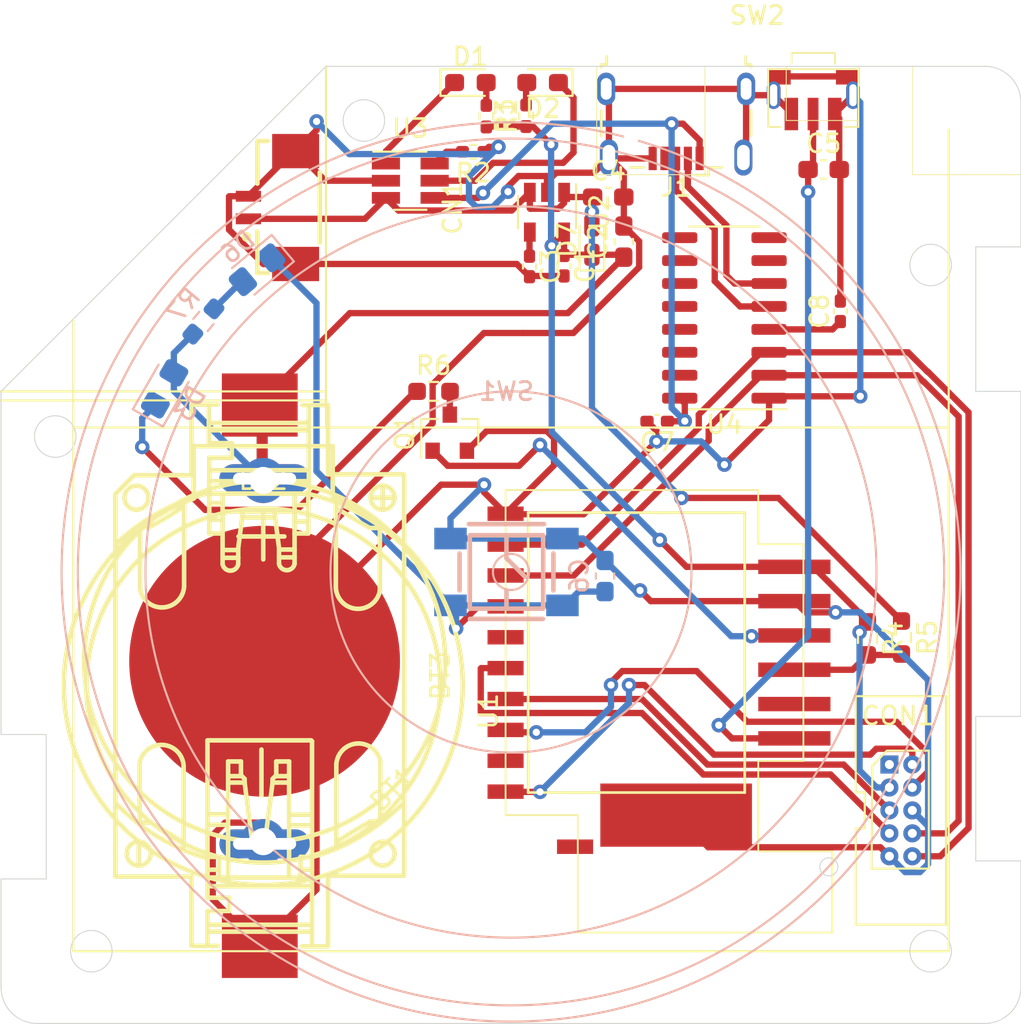
<source format=kicad_pcb>
(kicad_pcb (version 20171130) (host pcbnew "(5.1.10-1-10_14)")

  (general
    (thickness 1.6)
    (drawings 46)
    (tracks 350)
    (zones 0)
    (modules 33)
    (nets 42)
  )

  (page A4)
  (layers
    (0 F.Cu signal)
    (31 B.Cu signal)
    (32 B.Adhes user hide)
    (33 F.Adhes user)
    (34 B.Paste user hide)
    (35 F.Paste user hide)
    (36 B.SilkS user)
    (37 F.SilkS user)
    (38 B.Mask user)
    (39 F.Mask user)
    (40 Dwgs.User user)
    (41 Cmts.User user)
    (42 Eco1.User user)
    (43 Eco2.User user)
    (44 Edge.Cuts user)
    (45 Margin user)
    (46 B.CrtYd user hide)
    (47 F.CrtYd user hide)
    (48 B.Fab user hide)
    (49 F.Fab user hide)
  )

  (setup
    (last_trace_width 0.35)
    (user_trace_width 0.35)
    (user_trace_width 0.65)
    (trace_clearance 0.2)
    (zone_clearance 0.508)
    (zone_45_only no)
    (trace_min 0.2)
    (via_size 0.8)
    (via_drill 0.4)
    (via_min_size 0.4)
    (via_min_drill 0.3)
    (uvia_size 0.3)
    (uvia_drill 0.1)
    (uvias_allowed no)
    (uvia_min_size 0.2)
    (uvia_min_drill 0.1)
    (edge_width 0.05)
    (segment_width 0.2)
    (pcb_text_width 0.3)
    (pcb_text_size 1.5 1.5)
    (mod_edge_width 0.12)
    (mod_text_size 1 1)
    (mod_text_width 0.15)
    (pad_size 2 2)
    (pad_drill 1.4)
    (pad_to_mask_clearance 0.051)
    (solder_mask_min_width 0.25)
    (aux_axis_origin 0 0)
    (visible_elements FFFFFF7F)
    (pcbplotparams
      (layerselection 0x010fc_ffffffff)
      (usegerberextensions false)
      (usegerberattributes false)
      (usegerberadvancedattributes false)
      (creategerberjobfile false)
      (excludeedgelayer true)
      (linewidth 0.100000)
      (plotframeref false)
      (viasonmask false)
      (mode 1)
      (useauxorigin false)
      (hpglpennumber 1)
      (hpglpenspeed 20)
      (hpglpendiameter 15.000000)
      (psnegative false)
      (psa4output false)
      (plotreference true)
      (plotvalue true)
      (plotinvisibletext false)
      (padsonsilk false)
      (subtractmaskfromsilk false)
      (outputformat 1)
      (mirror false)
      (drillshape 0)
      (scaleselection 1)
      (outputdirectory "onekey_remote_uart/"))
  )

  (net 0 "")
  (net 1 "Net-(J1-Pad4)")
  (net 2 "Net-(J1-Pad3)")
  (net 3 "Net-(J1-Pad2)")
  (net 4 GND)
  (net 5 PB15)
  (net 6 DBG_SWCLK_TCK)
  (net 7 PB14)
  (net 8 DBG_SWDIO_TMS)
  (net 9 +3V3)
  (net 10 DBG_SWO)
  (net 11 RESETn)
  (net 12 +5V)
  (net 13 FTM)
  (net 14 PA0)
  (net 15 PA1)
  (net 16 PB12)
  (net 17 PB13)
  (net 18 PC10)
  (net 19 PC11)
  (net 20 DBG_TDI)
  (net 21 VBUS)
  (net 22 VBAT)
  (net 23 "Net-(C3-Pad1)")
  (net 24 "Net-(D1-Pad2)")
  (net 25 "Net-(D1-Pad1)")
  (net 26 "Net-(D2-Pad2)")
  (net 27 "Net-(D2-Pad1)")
  (net 28 "Net-(D3-Pad1)")
  (net 29 "Net-(Q1-Pad3)")
  (net 30 "Net-(R2-Pad2)")
  (net 31 "Net-(D6-Pad2)")
  (net 32 "Net-(C8-Pad1)")
  (net 33 "Net-(U4-Pad15)")
  (net 34 "Net-(U4-Pad14)")
  (net 35 "Net-(U4-Pad13)")
  (net 36 "Net-(U4-Pad12)")
  (net 37 "Net-(U4-Pad11)")
  (net 38 "Net-(U4-Pad10)")
  (net 39 "Net-(U4-Pad9)")
  (net 40 "Net-(U4-Pad8)")
  (net 41 "Net-(U4-Pad7)")

  (net_class Default "This is the default net class."
    (clearance 0.2)
    (trace_width 0.25)
    (via_dia 0.8)
    (via_drill 0.4)
    (uvia_dia 0.3)
    (uvia_drill 0.1)
    (add_net +3V3)
    (add_net +5V)
    (add_net DBG_SWCLK_TCK)
    (add_net DBG_SWDIO_TMS)
    (add_net DBG_SWO)
    (add_net DBG_TDI)
    (add_net FTM)
    (add_net GND)
    (add_net "Net-(C3-Pad1)")
    (add_net "Net-(C8-Pad1)")
    (add_net "Net-(D1-Pad1)")
    (add_net "Net-(D1-Pad2)")
    (add_net "Net-(D2-Pad1)")
    (add_net "Net-(D2-Pad2)")
    (add_net "Net-(D3-Pad1)")
    (add_net "Net-(D6-Pad2)")
    (add_net "Net-(J1-Pad2)")
    (add_net "Net-(J1-Pad3)")
    (add_net "Net-(J1-Pad4)")
    (add_net "Net-(Q1-Pad3)")
    (add_net "Net-(R2-Pad2)")
    (add_net "Net-(U4-Pad10)")
    (add_net "Net-(U4-Pad11)")
    (add_net "Net-(U4-Pad12)")
    (add_net "Net-(U4-Pad13)")
    (add_net "Net-(U4-Pad14)")
    (add_net "Net-(U4-Pad15)")
    (add_net "Net-(U4-Pad7)")
    (add_net "Net-(U4-Pad8)")
    (add_net "Net-(U4-Pad9)")
    (add_net PA0)
    (add_net PA1)
    (add_net PB12)
    (add_net PB13)
    (add_net PB14)
    (add_net PB15)
    (add_net PC10)
    (add_net PC11)
    (add_net RESETn)
    (add_net VBAT)
    (add_net VBUS)
  )

  (module Package_SO:SOIC-16_3.9x9.9mm_P1.27mm (layer F.Cu) (tedit 5D9F72B1) (tstamp 60D89D33)
    (at 140.07338 60.93206 180)
    (descr "SOIC, 16 Pin (JEDEC MS-012AC, https://www.analog.com/media/en/package-pcb-resources/package/pkg_pdf/soic_narrow-r/r_16.pdf), generated with kicad-footprint-generator ipc_gullwing_generator.py")
    (tags "SOIC SO")
    (path /60DBC197)
    (attr smd)
    (fp_text reference U4 (at 0 -5.9) (layer F.SilkS)
      (effects (font (size 1 1) (thickness 0.15)))
    )
    (fp_text value CH340C (at 0 5.9) (layer F.Fab)
      (effects (font (size 1 1) (thickness 0.15)))
    )
    (fp_line (start 3.7 -5.2) (end -3.7 -5.2) (layer F.CrtYd) (width 0.05))
    (fp_line (start 3.7 5.2) (end 3.7 -5.2) (layer F.CrtYd) (width 0.05))
    (fp_line (start -3.7 5.2) (end 3.7 5.2) (layer F.CrtYd) (width 0.05))
    (fp_line (start -3.7 -5.2) (end -3.7 5.2) (layer F.CrtYd) (width 0.05))
    (fp_line (start -1.95 -3.975) (end -0.975 -4.95) (layer F.Fab) (width 0.1))
    (fp_line (start -1.95 4.95) (end -1.95 -3.975) (layer F.Fab) (width 0.1))
    (fp_line (start 1.95 4.95) (end -1.95 4.95) (layer F.Fab) (width 0.1))
    (fp_line (start 1.95 -4.95) (end 1.95 4.95) (layer F.Fab) (width 0.1))
    (fp_line (start -0.975 -4.95) (end 1.95 -4.95) (layer F.Fab) (width 0.1))
    (fp_line (start 0 -5.06) (end -3.45 -5.06) (layer F.SilkS) (width 0.12))
    (fp_line (start 0 -5.06) (end 1.95 -5.06) (layer F.SilkS) (width 0.12))
    (fp_line (start 0 5.06) (end -1.95 5.06) (layer F.SilkS) (width 0.12))
    (fp_line (start 0 5.06) (end 1.95 5.06) (layer F.SilkS) (width 0.12))
    (fp_text user %R (at 0 0) (layer F.Fab)
      (effects (font (size 0.98 0.98) (thickness 0.15)))
    )
    (pad 1 smd roundrect (at -2.475 -4.445 180) (size 1.95 0.6) (layers F.Cu F.Paste F.Mask) (roundrect_rratio 0.25)
      (net 4 GND))
    (pad 2 smd roundrect (at -2.475 -3.175 180) (size 1.95 0.6) (layers F.Cu F.Paste F.Mask) (roundrect_rratio 0.25)
      (net 7 PB14))
    (pad 3 smd roundrect (at -2.475 -1.905 180) (size 1.95 0.6) (layers F.Cu F.Paste F.Mask) (roundrect_rratio 0.25)
      (net 5 PB15))
    (pad 4 smd roundrect (at -2.475 -0.635 180) (size 1.95 0.6) (layers F.Cu F.Paste F.Mask) (roundrect_rratio 0.25)
      (net 32 "Net-(C8-Pad1)"))
    (pad 5 smd roundrect (at -2.475 0.635 180) (size 1.95 0.6) (layers F.Cu F.Paste F.Mask) (roundrect_rratio 0.25)
      (net 2 "Net-(J1-Pad3)"))
    (pad 6 smd roundrect (at -2.475 1.905 180) (size 1.95 0.6) (layers F.Cu F.Paste F.Mask) (roundrect_rratio 0.25)
      (net 3 "Net-(J1-Pad2)"))
    (pad 7 smd roundrect (at -2.475 3.175 180) (size 1.95 0.6) (layers F.Cu F.Paste F.Mask) (roundrect_rratio 0.25)
      (net 41 "Net-(U4-Pad7)"))
    (pad 8 smd roundrect (at -2.475 4.445 180) (size 1.95 0.6) (layers F.Cu F.Paste F.Mask) (roundrect_rratio 0.25)
      (net 40 "Net-(U4-Pad8)"))
    (pad 9 smd roundrect (at 2.475 4.445 180) (size 1.95 0.6) (layers F.Cu F.Paste F.Mask) (roundrect_rratio 0.25)
      (net 39 "Net-(U4-Pad9)"))
    (pad 10 smd roundrect (at 2.475 3.175 180) (size 1.95 0.6) (layers F.Cu F.Paste F.Mask) (roundrect_rratio 0.25)
      (net 38 "Net-(U4-Pad10)"))
    (pad 11 smd roundrect (at 2.475 1.905 180) (size 1.95 0.6) (layers F.Cu F.Paste F.Mask) (roundrect_rratio 0.25)
      (net 37 "Net-(U4-Pad11)"))
    (pad 12 smd roundrect (at 2.475 0.635 180) (size 1.95 0.6) (layers F.Cu F.Paste F.Mask) (roundrect_rratio 0.25)
      (net 36 "Net-(U4-Pad12)"))
    (pad 13 smd roundrect (at 2.475 -0.635 180) (size 1.95 0.6) (layers F.Cu F.Paste F.Mask) (roundrect_rratio 0.25)
      (net 35 "Net-(U4-Pad13)"))
    (pad 14 smd roundrect (at 2.475 -1.905 180) (size 1.95 0.6) (layers F.Cu F.Paste F.Mask) (roundrect_rratio 0.25)
      (net 34 "Net-(U4-Pad14)"))
    (pad 15 smd roundrect (at 2.475 -3.175 180) (size 1.95 0.6) (layers F.Cu F.Paste F.Mask) (roundrect_rratio 0.25)
      (net 33 "Net-(U4-Pad15)"))
    (pad 16 smd roundrect (at 2.475 -4.445 180) (size 1.95 0.6) (layers F.Cu F.Paste F.Mask) (roundrect_rratio 0.25)
      (net 21 VBUS))
    (model ${KISYS3DMOD}/Package_SO.3dshapes/SOIC-16_3.9x9.9mm_P1.27mm.wrl
      (at (xyz 0 0 0))
      (scale (xyz 1 1 1))
      (rotate (xyz 0 0 0))
    )
  )

  (module mybays_connector:debugger_2x05_P1.27mm_Vertical (layer F.Cu) (tedit 602883C3) (tstamp 60D899CD)
    (at 149.84984 88.20404)
    (descr "Through hole straight socket strip, 2x05, 1.27mm pitch, double cols (from Kicad 4.0.7), script generated")
    (tags "Through hole socket strip THT 2x05 1.27mm double row")
    (path /5F3DBBB5/60DD7BDB)
    (fp_text reference CON1 (at -0.15 -5.24) (layer F.SilkS)
      (effects (font (size 1 1) (thickness 0.15)))
    )
    (fp_text value CORTEX-DEBUGGER (at -0.635 7.215) (layer F.Fab)
      (effects (font (size 1 1) (thickness 0.15)))
    )
    (fp_line (start -2.5 -1) (end -2.5 -6.325) (layer F.SilkS) (width 0.12))
    (fp_line (start -2 -1) (end -2.5 -1) (layer F.SilkS) (width 0.12))
    (fp_line (start -2 1) (end -2 -1) (layer F.SilkS) (width 0.12))
    (fp_line (start -2.5 1) (end -2 1) (layer F.SilkS) (width 0.12))
    (fp_line (start -2.5 6.325) (end -2.5 1) (layer F.SilkS) (width 0.12))
    (fp_line (start 2.5 6.325) (end -2.5 6.325) (layer F.SilkS) (width 0.12))
    (fp_line (start 2.5 -6.325) (end 2.5 6.325) (layer F.SilkS) (width 0.12))
    (fp_line (start -2.5 -6.325) (end 2.5 -6.325) (layer F.SilkS) (width 0.12))
    (fp_line (start -2.07 3.65) (end -2.07 -3.7) (layer F.CrtYd) (width 0.05))
    (fp_line (start 1.98 3.65) (end -2.07 3.65) (layer F.CrtYd) (width 0.05))
    (fp_line (start 1.98 -3.7) (end 1.98 3.65) (layer F.CrtYd) (width 0.05))
    (fp_line (start -2.07 -3.7) (end 1.98 -3.7) (layer F.CrtYd) (width 0.05))
    (fp_line (start -0.78 -3.31) (end 1.55 -3.31) (layer F.SilkS) (width 0.12))
    (fp_line (start 1.55 -3.31) (end 1.55 -2.55) (layer F.SilkS) (width 0.12))
    (fp_line (start 1.55 -2.51) (end 1.55 -1.915) (layer F.SilkS) (width 0.12))
    (fp_line (start 1.55 -1.915) (end 1.55 3.225) (layer F.SilkS) (width 0.12))
    (fp_line (start -1.62 3.225) (end 0.93 3.22) (layer F.SilkS) (width 0.12))
    (fp_line (start 0.90753 3.225) (end 1.55 3.225) (layer F.SilkS) (width 0.12))
    (fp_line (start -1.58 -2.44) (end -1.62 3.225) (layer F.SilkS) (width 0.12))
    (fp_line (start -1.58 -2.45) (end -0.81 -3.28) (layer F.SilkS) (width 0.12))
    (fp_line (start -1.56 3.165) (end -1.57 -2.45) (layer F.Fab) (width 0.1))
    (fp_line (start 1.49 3.165) (end -1.56 3.165) (layer F.Fab) (width 0.1))
    (fp_line (start 1.47 -3.17) (end 1.49 3.165) (layer F.Fab) (width 0.1))
    (fp_line (start -1.58 -2.45) (end -0.8175 -3.2125) (layer F.Fab) (width 0.1))
    (fp_line (start -0.79 -3.23) (end 1.53 -3.22) (layer F.Fab) (width 0.1))
    (fp_text user %R (at 5.12 -3.23 90) (layer F.Fab)
      (effects (font (size 1 1) (thickness 0.15)))
    )
    (pad 1 thru_hole rect (at -0.635 -2.54) (size 1 1) (drill 0.5) (layers *.Cu *.Mask)
      (net 12 +5V))
    (pad 2 thru_hole oval (at 0.635 -2.54) (size 1 1) (drill 0.5) (layers *.Cu *.Mask)
      (net 11 RESETn))
    (pad 4 thru_hole oval (at 0.635 -1.27) (size 1 1) (drill 0.5) (layers *.Cu *.Mask)
      (net 10 DBG_SWO))
    (pad 3 thru_hole oval (at -0.635 -1.27) (size 1 1) (drill 0.5) (layers *.Cu *.Mask)
      (net 9 +3V3))
    (pad 6 thru_hole oval (at 0.635 0) (size 1 1) (drill 0.5) (layers *.Cu *.Mask)
      (net 4 GND))
    (pad 5 thru_hole oval (at -0.635 0) (size 1 1) (drill 0.5) (layers *.Cu *.Mask)
      (net 8 DBG_SWDIO_TMS))
    (pad 8 thru_hole oval (at 0.635 1.27) (size 1 1) (drill 0.5) (layers *.Cu *.Mask)
      (net 7 PB14))
    (pad 7 thru_hole oval (at -0.635 1.27) (size 1 1) (drill 0.5) (layers *.Cu *.Mask)
      (net 6 DBG_SWCLK_TCK))
    (pad 10 thru_hole oval (at 0.635 2.54) (size 1 1) (drill 0.5) (layers *.Cu *.Mask)
      (net 5 PB15))
    (pad 9 thru_hole oval (at -0.635 2.54) (size 1 1) (drill 0.5) (layers *.Cu *.Mask)
      (net 4 GND))
    (model ${KISYS3DMOD}/Connector_PinSocket_1.27mm.3dshapes/PinSocket_2x05_P1.27mm_Vertical.wrl
      (offset (xyz 0.7 2.5 0))
      (scale (xyz 1 1 1))
      (rotate (xyz 0 0 0))
    )
  )

  (module Capacitor_SMD:C_0402_1005Metric_Pad0.74x0.62mm_HandSolder (layer F.Cu) (tedit 5F6BB22C) (tstamp 60D8998B)
    (at 146.49704 60.5663 90)
    (descr "Capacitor SMD 0402 (1005 Metric), square (rectangular) end terminal, IPC_7351 nominal with elongated pad for handsoldering. (Body size source: IPC-SM-782 page 76, https://www.pcb-3d.com/wordpress/wp-content/uploads/ipc-sm-782a_amendment_1_and_2.pdf), generated with kicad-footprint-generator")
    (tags "capacitor handsolder")
    (path /60DE6EEB)
    (attr smd)
    (fp_text reference C8 (at 0 -1.16 90) (layer F.SilkS)
      (effects (font (size 1 1) (thickness 0.15)))
    )
    (fp_text value C (at 0 1.16 90) (layer F.Fab)
      (effects (font (size 1 1) (thickness 0.15)))
    )
    (fp_line (start 1.08 0.46) (end -1.08 0.46) (layer F.CrtYd) (width 0.05))
    (fp_line (start 1.08 -0.46) (end 1.08 0.46) (layer F.CrtYd) (width 0.05))
    (fp_line (start -1.08 -0.46) (end 1.08 -0.46) (layer F.CrtYd) (width 0.05))
    (fp_line (start -1.08 0.46) (end -1.08 -0.46) (layer F.CrtYd) (width 0.05))
    (fp_line (start -0.115835 0.36) (end 0.115835 0.36) (layer F.SilkS) (width 0.12))
    (fp_line (start -0.115835 -0.36) (end 0.115835 -0.36) (layer F.SilkS) (width 0.12))
    (fp_line (start 0.5 0.25) (end -0.5 0.25) (layer F.Fab) (width 0.1))
    (fp_line (start 0.5 -0.25) (end 0.5 0.25) (layer F.Fab) (width 0.1))
    (fp_line (start -0.5 -0.25) (end 0.5 -0.25) (layer F.Fab) (width 0.1))
    (fp_line (start -0.5 0.25) (end -0.5 -0.25) (layer F.Fab) (width 0.1))
    (fp_text user %R (at 0 0 90) (layer F.Fab)
      (effects (font (size 0.25 0.25) (thickness 0.04)))
    )
    (pad 1 smd roundrect (at -0.5675 0 90) (size 0.735 0.62) (layers F.Cu F.Paste F.Mask) (roundrect_rratio 0.25)
      (net 32 "Net-(C8-Pad1)"))
    (pad 2 smd roundrect (at 0.5675 0 90) (size 0.735 0.62) (layers F.Cu F.Paste F.Mask) (roundrect_rratio 0.25)
      (net 4 GND))
    (model ${KISYS3DMOD}/Capacitor_SMD.3dshapes/C_0402_1005Metric.wrl
      (at (xyz 0 0 0))
      (scale (xyz 1 1 1))
      (rotate (xyz 0 0 0))
    )
  )

  (module Capacitor_SMD:C_0402_1005Metric_Pad0.74x0.62mm_HandSolder (layer F.Cu) (tedit 5F6BB22C) (tstamp 60D8997A)
    (at 136.35228 66.65722 180)
    (descr "Capacitor SMD 0402 (1005 Metric), square (rectangular) end terminal, IPC_7351 nominal with elongated pad for handsoldering. (Body size source: IPC-SM-782 page 76, https://www.pcb-3d.com/wordpress/wp-content/uploads/ipc-sm-782a_amendment_1_and_2.pdf), generated with kicad-footprint-generator")
    (tags "capacitor handsolder")
    (path /60DEEEA5)
    (attr smd)
    (fp_text reference C7 (at 0 -1.16) (layer F.SilkS)
      (effects (font (size 1 1) (thickness 0.15)))
    )
    (fp_text value C (at 0 1.16) (layer F.Fab)
      (effects (font (size 1 1) (thickness 0.15)))
    )
    (fp_line (start 1.08 0.46) (end -1.08 0.46) (layer F.CrtYd) (width 0.05))
    (fp_line (start 1.08 -0.46) (end 1.08 0.46) (layer F.CrtYd) (width 0.05))
    (fp_line (start -1.08 -0.46) (end 1.08 -0.46) (layer F.CrtYd) (width 0.05))
    (fp_line (start -1.08 0.46) (end -1.08 -0.46) (layer F.CrtYd) (width 0.05))
    (fp_line (start -0.115835 0.36) (end 0.115835 0.36) (layer F.SilkS) (width 0.12))
    (fp_line (start -0.115835 -0.36) (end 0.115835 -0.36) (layer F.SilkS) (width 0.12))
    (fp_line (start 0.5 0.25) (end -0.5 0.25) (layer F.Fab) (width 0.1))
    (fp_line (start 0.5 -0.25) (end 0.5 0.25) (layer F.Fab) (width 0.1))
    (fp_line (start -0.5 -0.25) (end 0.5 -0.25) (layer F.Fab) (width 0.1))
    (fp_line (start -0.5 0.25) (end -0.5 -0.25) (layer F.Fab) (width 0.1))
    (fp_text user %R (at 0 0) (layer F.Fab)
      (effects (font (size 0.25 0.25) (thickness 0.04)))
    )
    (pad 1 smd roundrect (at -0.5675 0 180) (size 0.735 0.62) (layers F.Cu F.Paste F.Mask) (roundrect_rratio 0.25)
      (net 21 VBUS))
    (pad 2 smd roundrect (at 0.5675 0 180) (size 0.735 0.62) (layers F.Cu F.Paste F.Mask) (roundrect_rratio 0.25)
      (net 4 GND))
    (model ${KISYS3DMOD}/Capacitor_SMD.3dshapes/C_0402_1005Metric.wrl
      (at (xyz 0 0 0))
      (scale (xyz 1 1 1))
      (rotate (xyz 0 0 0))
    )
  )

  (module Diode_SMD:D_0603_1608Metric_Castellated (layer F.Cu) (tedit 5F68FEF1) (tstamp 60D76341)
    (at 132.73278 56.62168 90)
    (descr "Diode SMD 0603 (1608 Metric), castellated end terminal, IPC_7351 nominal, (Body size source: http://www.tortai-tech.com/upload/download/2011102023233369053.pdf), generated with kicad-footprint-generator")
    (tags "diode castellated")
    (path /60D786B0)
    (attr smd)
    (fp_text reference D7 (at 0 -1.38 90) (layer F.SilkS)
      (effects (font (size 1 1) (thickness 0.15)))
    )
    (fp_text value D (at 0 1.38 90) (layer F.Fab)
      (effects (font (size 1 1) (thickness 0.15)))
    )
    (fp_line (start 1.68 0.68) (end -1.68 0.68) (layer F.CrtYd) (width 0.05))
    (fp_line (start 1.68 -0.68) (end 1.68 0.68) (layer F.CrtYd) (width 0.05))
    (fp_line (start -1.68 -0.68) (end 1.68 -0.68) (layer F.CrtYd) (width 0.05))
    (fp_line (start -1.68 0.68) (end -1.68 -0.68) (layer F.CrtYd) (width 0.05))
    (fp_line (start -1.685 0.685) (end 0.8 0.685) (layer F.SilkS) (width 0.12))
    (fp_line (start -1.685 -0.685) (end -1.685 0.685) (layer F.SilkS) (width 0.12))
    (fp_line (start 0.8 -0.685) (end -1.685 -0.685) (layer F.SilkS) (width 0.12))
    (fp_line (start 0.8 0.4) (end 0.8 -0.4) (layer F.Fab) (width 0.1))
    (fp_line (start -0.8 0.4) (end 0.8 0.4) (layer F.Fab) (width 0.1))
    (fp_line (start -0.8 -0.1) (end -0.8 0.4) (layer F.Fab) (width 0.1))
    (fp_line (start -0.5 -0.4) (end -0.8 -0.1) (layer F.Fab) (width 0.1))
    (fp_line (start 0.8 -0.4) (end -0.5 -0.4) (layer F.Fab) (width 0.1))
    (fp_text user %R (at 0 0 90) (layer F.Fab)
      (effects (font (size 0.4 0.4) (thickness 0.06)))
    )
    (pad 2 smd roundrect (at 0.8125 0 90) (size 1.225 0.85) (layers F.Cu F.Paste F.Mask) (roundrect_rratio 0.25)
      (net 22 VBAT))
    (pad 1 smd roundrect (at -0.8125 0 90) (size 1.225 0.85) (layers F.Cu F.Paste F.Mask) (roundrect_rratio 0.25)
      (net 9 +3V3))
    (model ${KISYS3DMOD}/Diode_SMD.3dshapes/D_0603_1608Metric_Castellated.wrl
      (at (xyz 0 0 0))
      (scale (xyz 1 1 1))
      (rotate (xyz 0 0 0))
    )
  )

  (module mybays_connector:BAT-TH_CR2032-BS-6-1 (layer F.Cu) (tedit 604D718D) (tstamp 60D761A0)
    (at 114.33048 80.74406 90)
    (path /60D7E215)
    (fp_text reference BT3 (at 0 10 90) (layer F.SilkS)
      (effects (font (size 1 1) (thickness 0.15)))
    )
    (fp_text value Battery_Cell (at 0 0 90) (layer F.Fab)
      (effects (font (size 1 1) (thickness 0.15)))
    )
    (fp_line (start -5.5626 -0.9906) (end -5.5626 -1.7526) (layer F.SilkS) (width 0.254))
    (fp_line (start -5.9182 -0.8382) (end -5.9182 -1.7272) (layer F.SilkS) (width 0.254))
    (fp_line (start -4.7498 -1.7526) (end -11.1506 -1.7526) (layer F.SilkS) (width 0.254))
    (fp_line (start -4.7498 -1.2446) (end -4.7498 -1.7526) (layer F.SilkS) (width 0.254))
    (fp_line (start -4.7498 -1.0414) (end -4.7498 -1.2446) (layer F.SilkS) (width 0.254))
    (fp_line (start -5.5118 -1.0414) (end -4.7498 -1.0414) (layer F.SilkS) (width 0.254))
    (fp_line (start -5.715 -0.8382) (end -5.5118 -1.0414) (layer F.SilkS) (width 0.254))
    (fp_line (start -5.9182 -0.8382) (end -5.715 -0.8382) (layer F.SilkS) (width 0.254))
    (fp_line (start -9.0932 -0.4318) (end -5.9182 -0.8382) (layer F.SilkS) (width 0.254))
    (fp_line (start -5.5626 1.6256) (end -5.5626 0.8636) (layer F.SilkS) (width 0.254))
    (fp_line (start -5.9182 1.6002) (end -5.9182 0.7112) (layer F.SilkS) (width 0.254))
    (fp_line (start -4.7498 1.6256) (end -11.1506 1.6256) (layer F.SilkS) (width 0.254))
    (fp_line (start -4.7498 1.1176) (end -4.7498 1.6256) (layer F.SilkS) (width 0.254))
    (fp_line (start -4.7498 0.9144) (end -4.7498 1.1176) (layer F.SilkS) (width 0.254))
    (fp_line (start -5.5118 0.9144) (end -4.7498 0.9144) (layer F.SilkS) (width 0.254))
    (fp_line (start -5.715 0.7112) (end -5.5118 0.9144) (layer F.SilkS) (width 0.254))
    (fp_line (start -5.9182 0.7112) (end -5.715 0.7112) (layer F.SilkS) (width 0.254))
    (fp_line (start -9.0932 0.3048) (end -5.9182 0.7112) (layer F.SilkS) (width 0.254))
    (fp_line (start -10.7442 -2.3114) (end -10.7442 -2.8956) (layer F.SilkS) (width 0.254))
    (fp_line (start -10.033 -2.2606) (end -11.176 -2.2606) (layer F.SilkS) (width 0.254))
    (fp_line (start -10.033 -2.798572) (end -10.033 -2.2606) (layer F.SilkS) (width 0.254))
    (fp_line (start -11.6586 2.794) (end -11.6586 -2.8194) (layer F.SilkS) (width 0.254))
    (fp_line (start -14.1732 2.8956) (end -14.1732 -2.8956) (layer F.SilkS) (width 0.254))
    (fp_line (start -13.7922 2.8702) (end -13.7922 -2.8956) (layer F.SilkS) (width 0.254))
    (fp_line (start -14.9352 -2.8956) (end -14.9606 -2.921) (layer F.SilkS) (width 0.254))
    (fp_line (start -13.0302 -2.8956) (end -14.9352 -2.8956) (layer F.SilkS) (width 0.254))
    (fp_line (start -13.0302 -1.7018) (end -13.0302 -2.8956) (layer F.SilkS) (width 0.254))
    (fp_line (start -12.2936 -1.7018) (end -13.0302 -1.7018) (layer F.SilkS) (width 0.254))
    (fp_line (start -12.2936 -2.8956) (end -12.2936 -1.7018) (layer F.SilkS) (width 0.254))
    (fp_line (start -11.9126 -2.8956) (end -12.2936 -2.8956) (layer F.SilkS) (width 0.254))
    (fp_line (start -3.5814 -2.8956) (end -11.9126 -2.8956) (layer F.SilkS) (width 0.254))
    (fp_line (start -3.5814 2.8448) (end -3.5814 -2.8956) (layer F.SilkS) (width 0.254))
    (fp_line (start -3.6322 2.8956) (end -3.5814 2.8448) (layer F.SilkS) (width 0.254))
    (fp_line (start -11.938 2.8956) (end -3.6322 2.8956) (layer F.SilkS) (width 0.254))
    (fp_line (start -12.319 2.8956) (end -11.938 2.8956) (layer F.SilkS) (width 0.254))
    (fp_line (start -12.954 2.8956) (end -12.319 2.8956) (layer F.SilkS) (width 0.254))
    (fp_line (start -14.9606 2.8956) (end -12.954 2.8956) (layer F.SilkS) (width 0.254))
    (fp_line (start -14.986 2.921) (end -14.9606 2.8956) (layer F.SilkS) (width 0.254))
    (fp_line (start -11.176 2.8448) (end -11.176 -2.8956) (layer F.SilkS) (width 0.254))
    (fp_line (start 8.1534 6.6548) (end 4.699 6.6548) (layer F.SilkS) (width 0.254))
    (fp_line (start 9.5758 4.2164) (end 4.8768 4.2164) (layer F.SilkS) (width 0.254))
    (fp_line (start 8.2296 -6.6294) (end 4.7752 -6.6294) (layer F.SilkS) (width 0.254))
    (fp_line (start 9.652 -4.191) (end 4.953 -4.191) (layer F.SilkS) (width 0.254))
    (fp_line (start -4.7244 6.6802) (end -8.1788 6.6802) (layer F.SilkS) (width 0.254))
    (fp_line (start -4.9022 4.2418) (end -9.6012 4.2418) (layer F.SilkS) (width 0.254))
    (fp_line (start -5.0038 -4.2164) (end -9.652 -4.2164) (layer F.SilkS) (width 0.254))
    (fp_line (start -9.1948 -6.7056) (end -10.4902 -6.7056) (layer F.SilkS) (width 0.254))
    (fp_line (start 9.8552 7.4422) (end 9.8552 6.1722) (layer F.SilkS) (width 0.254))
    (fp_line (start 10.5156 6.8072) (end 9.271 6.8072) (layer F.SilkS) (width 0.254))
    (fp_line (start -11.074806 8.001) (end -11.074806 3.81) (layer F.SilkS) (width 0.254))
    (fp_line (start 11.1252 8.001) (end -11.074806 8.001) (layer F.SilkS) (width 0.254))
    (fp_line (start 11.1506 7.9756) (end 11.1252 8.001) (layer F.SilkS) (width 0.254))
    (fp_line (start 11.1506 3.7846) (end 11.1506 7.9756) (layer F.SilkS) (width 0.254))
    (fp_line (start 14.986 3.7846) (end 11.1506 3.7846) (layer F.SilkS) (width 0.254))
    (fp_line (start 14.986 2.3622) (end 14.986 3.7846) (layer F.SilkS) (width 0.254))
    (fp_line (start -14.986 3.7846) (end -14.986 2.3368) (layer F.SilkS) (width 0.254))
    (fp_line (start -11.074806 3.7846) (end -14.986 3.7846) (layer F.SilkS) (width 0.254))
    (fp_line (start 15.0114 -3.7846) (end 11.100206 -3.7846) (layer F.SilkS) (width 0.254))
    (fp_line (start 15.0114 -2.3368) (end 15.0114 -3.7846) (layer F.SilkS) (width 0.254))
    (fp_line (start -14.9606 -3.7846) (end -14.9606 -2.3368) (layer F.SilkS) (width 0.254))
    (fp_line (start -11.1252 -3.7846) (end -14.9606 -3.7846) (layer F.SilkS) (width 0.254))
    (fp_line (start -11.1252 -7.9756) (end -11.1252 -3.7846) (layer F.SilkS) (width 0.254))
    (fp_line (start -11.0998 -8.001) (end -11.1252 -7.9756) (layer F.SilkS) (width 0.254))
    (fp_line (start 10.0584 -8.001) (end -11.0998 -8.001) (layer F.SilkS) (width 0.254))
    (fp_line (start 11.100206 -6.959194) (end 10.0584 -8.001) (layer F.SilkS) (width 0.254))
    (fp_line (start 11.100206 -3.81) (end 11.100206 -6.959194) (layer F.SilkS) (width 0.254))
    (fp_line (start -8.255 -1.7526) (end -8.255 -2.8956) (layer F.SilkS) (width 0.254))
    (fp_line (start -7.6708 -1.7526) (end -7.6708 -2.8956) (layer F.SilkS) (width 0.254))
    (fp_line (start -7.6962 2.8194) (end -7.6962 1.6764) (layer F.SilkS) (width 0.254))
    (fp_line (start -8.2804 2.8194) (end -8.2804 1.6764) (layer F.SilkS) (width 0.254))
    (fp_line (start -10.033 2.2606) (end -11.176 2.2606) (layer F.SilkS) (width 0.254))
    (fp_line (start -10.033 2.798572) (end -10.033 2.2606) (layer F.SilkS) (width 0.254))
    (fp_line (start -10.7442 2.8956) (end -10.7442 2.3114) (layer F.SilkS) (width 0.254))
    (fp_line (start 12.8778 -1.5494) (end 12.0904 -1.5494) (layer F.SilkS) (width 0.254))
    (fp_line (start 12.8778 -2.8194) (end 12.8778 -1.5494) (layer F.SilkS) (width 0.254))
    (fp_line (start 15.0114 -2.8194) (end 12.8778 -2.8194) (layer F.SilkS) (width 0.254))
    (fp_line (start 14.958974 2.719426) (end 10.0838 2.719426) (layer F.SilkS) (width 0.254))
    (fp_line (start 10.7696 2.6924) (end 10.7696 -2.794) (layer F.SilkS) (width 0.254))
    (fp_line (start 11.3792 2.667) (end 11.3792 -2.7432) (layer F.SilkS) (width 0.254))
    (fp_line (start 13.589 2.7178) (end 13.589 -2.794) (layer F.SilkS) (width 0.254))
    (fp_line (start 13.9954 2.54) (end 13.9954 -2.8194) (layer F.SilkS) (width 0.254))
    (fp_line (start 10.0838 -2.794) (end 8.636 -2.794) (layer F.SilkS) (width 0.254))
    (fp_line (start 9.5504 -2.0828) (end 9.5504 -2.794) (layer F.SilkS) (width 0.254))
    (fp_line (start 9.4488 2.6416) (end 9.4488 1.9304) (layer F.SilkS) (width 0.254))
    (fp_line (start 8.5344 1.9304) (end 8.5344 2.667) (layer F.SilkS) (width 0.254))
    (fp_line (start 9.9822 1.9304) (end 8.5344 1.9304) (layer F.SilkS) (width 0.254))
    (fp_line (start 9.0932 -2.0574) (end 6.1722 -2.0574) (layer F.SilkS) (width 0.254))
    (fp_line (start 9.0932 1.8542) (end 9.0932 -2.0574) (layer F.SilkS) (width 0.254))
    (fp_line (start 6.5278 -1.1938) (end 6.1722 -1.1938) (layer F.SilkS) (width 0.254))
    (fp_line (start 6.5278 -1.1938) (end 6.5278 -2.0574) (layer F.SilkS) (width 0.254))
    (fp_line (start 6.9596 -1.1938) (end 6.5278 -1.1938) (layer F.SilkS) (width 0.254))
    (fp_line (start 6.9596 -2.0574) (end 6.9596 -1.1938) (layer F.SilkS) (width 0.254))
    (fp_line (start 9.039174 -0.940003) (end 6.914972 -1.21191) (layer F.SilkS) (width 0.254))
    (fp_line (start 9.1186 1.9304) (end 6.1976 1.9304) (layer F.SilkS) (width 0.254))
    (fp_line (start 6.5532 1.0668) (end 6.1976 1.0668) (layer F.SilkS) (width 0.254))
    (fp_line (start 6.985 1.9304) (end 6.985 1.0668) (layer F.SilkS) (width 0.254))
    (fp_line (start 7.08185 1.0668) (end 9.064574 0.813003) (layer F.SilkS) (width 0.254))
    (fp_line (start 6.5532 1.0668) (end 7.08185 1.0668) (layer F.SilkS) (width 0.254))
    (fp_line (start 6.5532 1.9304) (end 6.5532 1.0668) (layer F.SilkS) (width 0.254))
    (fp_line (start 8.763 0.854862) (end 8.763 -0.9398) (layer F.SilkS) (width 0.254))
    (fp_line (start 8.636 -2.0574) (end 10.0838 -2.0574) (layer F.SilkS) (width 0.254))
    (fp_line (start 8.636 -2.794) (end 8.636 -2.0574) (layer F.SilkS) (width 0.254))
    (fp_line (start 7.874 -2.794) (end 8.636 -2.794) (layer F.SilkS) (width 0.254))
    (fp_line (start 7.874 -2.1082) (end 7.874 -2.794) (layer F.SilkS) (width 0.254))
    (fp_line (start 7.874 2.6924) (end 7.874 1.9304) (layer F.SilkS) (width 0.254))
    (fp_line (start 10.0838 2.6924) (end 7.874 2.6924) (layer F.SilkS) (width 0.254))
    (fp_line (start 10.0838 -2.794) (end 10.0838 2.6924) (layer F.SilkS) (width 0.254))
    (fp_line (start 12.065 -2.794) (end 10.0838 -2.794) (layer F.SilkS) (width 0.254))
    (fp_line (start 12.065 -1.524) (end 12.065 -2.794) (layer F.SilkS) (width 0.254))
    (fp_line (start -8.2804 -6.6548) (end -4.826 -6.6548) (layer F.SilkS) (width 0.254))
    (fp_line (start -8.128 -6.6548) (end -8.2804 -6.6548) (layer F.SilkS) (width 0.254))
    (fp_line (start -8.128 -6.0706) (end -8.128 -6.6548) (layer F.SilkS) (width 0.254))
    (fp_line (start 8.2296 -6.096) (end 8.2296 -6.6802) (layer F.SilkS) (width 0.254))
    (fp_line (start -8.0772 6.7056) (end -8.0772 6.1214) (layer F.SilkS) (width 0.254))
    (fp_line (start 8.1788 6.6802) (end 8.1788 6.096) (layer F.SilkS) (width 0.254))
    (fp_arc (start -8.7249 -0.0635) (end -9.0932 0.3048) (angle 89.999981) (layer F.SilkS) (width 0.254))
    (fp_arc (start 0.901895 -0.17539) (end -7.04596 7.95782) (angle 29.726927) (layer F.SilkS) (width 0.254))
    (fp_arc (start 4.93452 5.446291) (end 4.699 6.6548) (angle 166.28521) (layer F.SilkS) (width 0.254))
    (fp_arc (start 5.01072 -5.420891) (end 4.953 -4.191) (angle 166.28521) (layer F.SilkS) (width 0.254))
    (fp_arc (start -4.98532 5.471691) (end -4.9276 4.2418) (angle 166.28521) (layer F.SilkS) (width 0.254))
    (fp_arc (start -5.06152 -5.446291) (end -4.826 -6.6548) (angle 166.28521) (layer F.SilkS) (width 0.254))
    (fp_arc (start -0.928173 -0.110226) (end 7.28726 -7.97306) (angle 30.356194) (layer F.SilkS) (width 0.254))
    (fp_arc (start 0.824282 0.217067) (end -10.11682 -2.8829) (angle 30.456361) (layer F.SilkS) (width 0.254))
    (fp_arc (start 9.85647 -6.833329) (end 9.86282 -7.49808) (angle 358.905404) (layer F.SilkS) (width 0.254))
    (fp_arc (start 9.85647 6.806471) (end 9.86282 6.14172) (angle 358.905404) (layer F.SilkS) (width 0.254))
    (fp_arc (start -9.85393 6.806471) (end -9.84758 6.14172) (angle 358.905404) (layer F.SilkS) (width 0.254))
    (fp_arc (start -9.85393 -6.706329) (end -9.84758 -7.37108) (angle 358.905404) (layer F.SilkS) (width 0.254))
    (fp_arc (start 12.0904 -1.524) (end 12.065 -1.524) (angle 90) (layer F.SilkS) (width 0.254))
    (fp_arc (start 10.1854 -2.7432) (end 10.1346 -2.7432) (angle 90) (layer F.SilkS) (width 0.254))
    (fp_arc (start -1.001833 0.087366) (end 10.06094 2.72034) (angle 30.356194) (layer F.SilkS) (width 0.254))
    (fp_arc (start 10.060069 2.645796) (end 10.1346 2.64414) (angle 90.603783) (layer F.SilkS) (width 0.254))
    (fp_arc (start 14.95898 2.69332) (end 14.986 2.6924) (angle 93.899741) (layer F.SilkS) (width 0.254))
    (fp_arc (start 10.7442 2.6924) (end 10.7696 2.6924) (angle 90) (layer F.SilkS) (width 0.254))
    (fp_arc (start 11.3284 2.667) (end 11.3792 2.667) (angle 90) (layer F.SilkS) (width 0.254))
    (fp_arc (start 14.0462 2.54) (end 14.0462 2.5908) (angle 90) (layer F.SilkS) (width 0.254))
    (fp_arc (start 10.0838 1.9812) (end 10.033 1.9812) (angle 90) (layer F.SilkS) (width 0.254))
    (fp_arc (start 6.256561 -1.6256) (end 6.1722 -1.1938) (angle 157.890807) (layer F.SilkS) (width 0.254))
    (fp_arc (start 6.281961 1.4986) (end 6.1976 1.9304) (angle 157.890807) (layer F.SilkS) (width 0.254))
    (fp_arc (start -33.428781 -20.056475) (end -8.128 -6.0706) (angle 4.291821) (layer F.SilkS) (width 0.254))
    (fp_arc (start 33.530381 -20.081875) (end 9.3472 -4.2418) (angle 4.291821) (layer F.SilkS) (width 0.254))
    (fp_arc (start -33.377981 20.107275) (end -9.1948 4.2672) (angle 4.291821) (layer F.SilkS) (width 0.254))
    (fp_arc (start 33.479581 20.081875) (end 8.1788 6.096) (angle 4.291821) (layer F.SilkS) (width 0.254))
    (pad 1 smd rect (at 14.987778 0 90) (size 3.499993 4.199992) (layers F.Cu F.Paste F.Mask)
      (net 9 +3V3))
    (pad 2 smd rect (at -14.987778 0 90) (size 3.499993 4.199992) (layers F.Cu F.Paste F.Mask)
      (net 4 GND))
  )

  (module mybays_connector:BAT-TH_BS-2-1 (layer F.Cu) (tedit 604D70BE) (tstamp 60D76B9E)
    (at 114.52352 79.9338 180)
    (path /60D7D8E7)
    (fp_text reference BT2 (at 0 10) (layer F.SilkS)
      (effects (font (size 1 1) (thickness 0.15)))
    )
    (fp_text value Battery_Cell (at 0 0) (layer F.Fab)
      (effects (font (size 1 1) (thickness 0.15)))
    )
    (fp_line (start 1.370076 6.899885) (end -1.169924 6.899885) (layer F.SilkS) (width 0.254))
    (fp_line (start 0.100076 -4.900143) (end 0.100076 -7.440143) (layer F.SilkS) (width 0.254))
    (fp_line (start 0.000076 8.169885) (end 0.000076 5.629885) (layer F.SilkS) (width 0.254))
    (fp_line (start -3.849929 11.899875) (end 3.850081 11.899875) (layer F.SilkS) (width 0.254))
    (fp_line (start -3.849929 11.899875) (end -3.849929 9.09988) (layer F.SilkS) (width 0.254))
    (fp_line (start 3.850081 11.899875) (end 3.850081 8.99988) (layer F.SilkS) (width 0.254))
    (fp_arc (start -0.005243 -1.355691) (end 4.111752 7.541285) (angle 359.429932) (layer F.SilkS) (width 0.254))
    (fp_arc (start -0.004967 -1.355838) (end -3.839896 9.007348) (angle 319.274426) (layer F.SilkS) (width 0.254))
    (pad 2 thru_hole circle (at 0 -9.99998 270) (size 2.499995 2.499995) (drill 1.500022) (layers *.Cu *.Mask)
      (net 4 GND))
    (pad 1 thru_hole circle (at 0 9.99998 270) (size 2.499995 2.499995) (drill 1.500022) (layers *.Cu *.Mask)
      (net 9 +3V3))
  )

  (module mybays_connector:CR2032_HOUSING (layer F.Cu) (tedit 604D6ECB) (tstamp 60D760FE)
    (at 114.59972 79.943932 45)
    (path /60D79353)
    (fp_text reference BT1 (at 0 10 45) (layer F.SilkS)
      (effects (font (size 1 1) (thickness 0.15)))
    )
    (fp_text value Battery_Cell (at 0 0 45) (layer F.Fab)
      (effects (font (size 1 1) (thickness 0.15)))
    )
    (fp_circle (center 0 0) (end 0 9.99998) (layer F.SilkS) (width 0.254))
    (pad 3 thru_hole oval (at -7.1501 7.1501 90) (size 1.599997 4.99999) (drill oval 0.649986 3.499968) (layers *.Cu *.Mask))
    (pad 1 thru_hole oval (at 7.1501 -7.1501 90) (size 1.599997 4.99999) (drill oval 0.649986 3.500044) (layers *.Cu *.Mask)
      (net 9 +3V3))
    (pad 2 smd circle (at 0 0 45) (size 14.999995 14.999995) (layers F.Cu F.Paste F.Mask)
      (net 4 GND))
  )

  (module mybays_connector:USB_Micro-B_Wuerth_629105150521_CircularHoles (layer F.Cu) (tedit 6019833E) (tstamp 5F3DD814)
    (at 137.4 50.2 180)
    (descr "USB Micro-B receptacle, http://www.mouser.com/ds/2/445/629105150521-469306.pdf")
    (tags "usb micro receptacle")
    (path /5F3DA857)
    (attr smd)
    (fp_text reference J1 (at 0 -3.5) (layer F.SilkS)
      (effects (font (size 1 1) (thickness 0.15)))
    )
    (fp_text value microusb (at 0 5.6) (layer F.Fab)
      (effects (font (size 1 1) (thickness 0.15)))
    )
    (fp_line (start 5.28 -3.34) (end -5.27 -3.34) (layer F.CrtYd) (width 0.05))
    (fp_line (start 5.28 4.85) (end 5.28 -3.34) (layer F.CrtYd) (width 0.05))
    (fp_line (start -5.27 4.85) (end 5.28 4.85) (layer F.CrtYd) (width 0.05))
    (fp_line (start -5.27 -3.34) (end -5.27 4.85) (layer F.CrtYd) (width 0.05))
    (fp_line (start 1.8 -2.4) (end 2.525 -2.4) (layer F.SilkS) (width 0.15))
    (fp_line (start -1.8 -2.4) (end -2.525 -2.4) (layer F.SilkS) (width 0.15))
    (fp_line (start -1.8 -2.825) (end -1.8 -2.4) (layer F.SilkS) (width 0.15))
    (fp_line (start -1.075 -2.825) (end -1.8 -2.825) (layer F.SilkS) (width 0.15))
    (fp_line (start 4.15 0.75) (end 4.15 -0.65) (layer F.SilkS) (width 0.15))
    (fp_line (start 4.15 3.3) (end 4.15 3.15) (layer F.SilkS) (width 0.15))
    (fp_line (start 3.85 3.3) (end 4.15 3.3) (layer F.SilkS) (width 0.15))
    (fp_line (start 3.85 3.75) (end 3.85 3.3) (layer F.SilkS) (width 0.15))
    (fp_line (start -3.85 3.3) (end -3.85 3.75) (layer F.SilkS) (width 0.15))
    (fp_line (start -4.15 3.3) (end -3.85 3.3) (layer F.SilkS) (width 0.15))
    (fp_line (start -4.15 3.15) (end -4.15 3.3) (layer F.SilkS) (width 0.15))
    (fp_line (start -4.15 -0.65) (end -4.15 0.75) (layer F.SilkS) (width 0.15))
    (fp_line (start -1.075 -2.95) (end -1.075 -2.725) (layer F.Fab) (width 0.15))
    (fp_line (start -1.525 -2.95) (end -1.075 -2.95) (layer F.Fab) (width 0.15))
    (fp_line (start -1.525 -2.725) (end -1.525 -2.95) (layer F.Fab) (width 0.15))
    (fp_line (start -1.3 -2.55) (end -1.525 -2.725) (layer F.Fab) (width 0.15))
    (fp_line (start -1.075 -2.725) (end -1.3 -2.55) (layer F.Fab) (width 0.15))
    (fp_line (start -2.7 3.75) (end 2.7 3.75) (layer F.Fab) (width 0.15))
    (fp_line (start 4 -2.25) (end -4 -2.25) (layer F.Fab) (width 0.15))
    (fp_line (start 4 3.15) (end 4 -2.25) (layer F.Fab) (width 0.15))
    (fp_line (start 3.7 3.15) (end 4 3.15) (layer F.Fab) (width 0.15))
    (fp_line (start 3.7 4.35) (end 3.7 3.15) (layer F.Fab) (width 0.15))
    (fp_line (start -3.7 4.35) (end 3.7 4.35) (layer F.Fab) (width 0.15))
    (fp_line (start -3.7 3.15) (end -3.7 4.35) (layer F.Fab) (width 0.15))
    (fp_line (start -4 3.15) (end -3.7 3.15) (layer F.Fab) (width 0.15))
    (fp_line (start -4 -2.25) (end -4 3.15) (layer F.Fab) (width 0.15))
    (fp_text user "PCB Edge" (at 0 3.75) (layer Dwgs.User)
      (effects (font (size 0.5 0.5) (thickness 0.08)))
    )
    (fp_text user %R (at 0 1.05) (layer F.Fab)
      (effects (font (size 1 1) (thickness 0.15)))
    )
    (pad "" np_thru_hole circle (at 2.5 -0.8 180) (size 0.8 0.8) (drill 0.8) (layers *.Cu *.Mask))
    (pad "" np_thru_hole circle (at -2.5 -0.8 180) (size 0.8 0.8) (drill 0.8) (layers *.Cu *.Mask))
    (pad 0 thru_hole oval (at 3.875 1.95 180) (size 1 1.8) (drill oval 0.6 1.2) (layers *.Cu *.Mask)
      (net 4 GND))
    (pad 0 thru_hole oval (at -3.875 1.95 180) (size 1 1.8) (drill oval 0.6 1.2) (layers *.Cu *.Mask)
      (net 4 GND))
    (pad 0 thru_hole oval (at 3.725 -1.85 180) (size 1 2) (drill oval 0.7 1.4) (layers *.Cu *.Mask)
      (net 4 GND))
    (pad 0 thru_hole oval (at -3.725 -1.85 180) (size 1 2) (drill oval 0.7 1.4) (layers *.Cu *.Mask)
      (net 4 GND))
    (pad 5 smd rect (at 1.3 -1.9 180) (size 0.45 1.3) (layers F.Cu F.Paste F.Mask)
      (net 4 GND))
    (pad 4 smd rect (at 0.65 -1.9 180) (size 0.45 1.3) (layers F.Cu F.Paste F.Mask)
      (net 1 "Net-(J1-Pad4)"))
    (pad 3 smd rect (at 0 -1.9 180) (size 0.45 1.3) (layers F.Cu F.Paste F.Mask)
      (net 2 "Net-(J1-Pad3)"))
    (pad 2 smd rect (at -0.65 -1.9 180) (size 0.45 1.3) (layers F.Cu F.Paste F.Mask)
      (net 3 "Net-(J1-Pad2)"))
    (pad 1 smd rect (at -1.3 -1.9 180) (size 0.45 1.3) (layers F.Cu F.Paste F.Mask)
      (net 21 VBUS))
    (model ${KISYS3DMOD}/Connector_USB.3dshapes/USB_Micro-B_Wuerth_629105150521_CircularHoles.wrl
      (at (xyz 0 0 0))
      (scale (xyz 1 1 1))
      (rotate (xyz 0 0 0))
    )
  )

  (module Resistor_SMD:R_0603_1608Metric_Pad0.98x0.95mm_HandSolder (layer B.Cu) (tedit 5F68FEEE) (tstamp 601987D3)
    (at 111.21 61.13 230)
    (descr "Resistor SMD 0603 (1608 Metric), square (rectangular) end terminal, IPC_7351 nominal with elongated pad for handsoldering. (Body size source: IPC-SM-782 page 72, https://www.pcb-3d.com/wordpress/wp-content/uploads/ipc-sm-782a_amendment_1_and_2.pdf), generated with kicad-footprint-generator")
    (tags "resistor handsolder")
    (path /602DB22F)
    (attr smd)
    (fp_text reference R7 (at 0.000001 1.43 50) (layer B.SilkS)
      (effects (font (size 1 1) (thickness 0.15)) (justify mirror))
    )
    (fp_text value 1k (at -0.000001 -1.43 50) (layer B.Fab)
      (effects (font (size 1 1) (thickness 0.15)) (justify mirror))
    )
    (fp_line (start -0.8 -0.4125) (end -0.8 0.4125) (layer B.Fab) (width 0.1))
    (fp_line (start -0.8 0.4125) (end 0.8 0.4125) (layer B.Fab) (width 0.1))
    (fp_line (start 0.8 0.4125) (end 0.8 -0.4125) (layer B.Fab) (width 0.1))
    (fp_line (start 0.8 -0.4125) (end -0.8 -0.4125) (layer B.Fab) (width 0.1))
    (fp_line (start -0.254724 0.5225) (end 0.254724 0.5225) (layer B.SilkS) (width 0.12))
    (fp_line (start -0.254724 -0.5225) (end 0.254724 -0.5225) (layer B.SilkS) (width 0.12))
    (fp_line (start -1.65 -0.73) (end -1.65 0.73) (layer B.CrtYd) (width 0.05))
    (fp_line (start -1.65 0.73) (end 1.65 0.73) (layer B.CrtYd) (width 0.05))
    (fp_line (start 1.65 0.73) (end 1.65 -0.73) (layer B.CrtYd) (width 0.05))
    (fp_line (start 1.65 -0.73) (end -1.65 -0.73) (layer B.CrtYd) (width 0.05))
    (fp_text user %R (at 0 0 50) (layer B.Fab)
      (effects (font (size 0.4 0.4) (thickness 0.06)) (justify mirror))
    )
    (pad 2 smd roundrect (at 0.9125 0 230) (size 0.975 0.95) (layers B.Cu B.Paste B.Mask) (roundrect_rratio 0.25)
      (net 9 +3V3))
    (pad 1 smd roundrect (at -0.9125 0 230) (size 0.975 0.95) (layers B.Cu B.Paste B.Mask) (roundrect_rratio 0.25)
      (net 31 "Net-(D6-Pad2)"))
    (model ${KISYS3DMOD}/Resistor_SMD.3dshapes/R_0603_1608Metric.wrl
      (at (xyz 0 0 0))
      (scale (xyz 1 1 1))
      (rotate (xyz 0 0 0))
    )
  )

  (module LED_SMD:LED_0805_2012Metric_Pad1.15x1.40mm_HandSolder (layer B.Cu) (tedit 5F68FEF1) (tstamp 60198630)
    (at 114.181143 58.265196 220)
    (descr "LED SMD 0805 (2012 Metric), square (rectangular) end terminal, IPC_7351 nominal, (Body size source: https://docs.google.com/spreadsheets/d/1BsfQQcO9C6DZCsRaXUlFlo91Tg2WpOkGARC1WS5S8t0/edit?usp=sharing), generated with kicad-footprint-generator")
    (tags "LED handsolder")
    (path /602CEE71)
    (attr smd)
    (fp_text reference D6 (at 0.000001 1.65 40) (layer B.SilkS)
      (effects (font (size 1 1) (thickness 0.15)) (justify mirror))
    )
    (fp_text value LED (at -0.000001 -1.65 40) (layer B.Fab)
      (effects (font (size 1 1) (thickness 0.15)) (justify mirror))
    )
    (fp_line (start 1 0.6) (end -0.7 0.6) (layer B.Fab) (width 0.1))
    (fp_line (start -0.7 0.6) (end -1 0.3) (layer B.Fab) (width 0.1))
    (fp_line (start -1 0.3) (end -1 -0.6) (layer B.Fab) (width 0.1))
    (fp_line (start -1 -0.6) (end 1 -0.6) (layer B.Fab) (width 0.1))
    (fp_line (start 1 -0.6) (end 1 0.6) (layer B.Fab) (width 0.1))
    (fp_line (start 1 0.96) (end -1.86 0.96) (layer B.SilkS) (width 0.12))
    (fp_line (start -1.86 0.96) (end -1.86 -0.96) (layer B.SilkS) (width 0.12))
    (fp_line (start -1.86 -0.96) (end 1 -0.96) (layer B.SilkS) (width 0.12))
    (fp_line (start -1.85 -0.95) (end -1.85 0.95) (layer B.CrtYd) (width 0.05))
    (fp_line (start -1.85 0.95) (end 1.85 0.95) (layer B.CrtYd) (width 0.05))
    (fp_line (start 1.85 0.95) (end 1.85 -0.95) (layer B.CrtYd) (width 0.05))
    (fp_line (start 1.85 -0.95) (end -1.85 -0.95) (layer B.CrtYd) (width 0.05))
    (fp_text user %R (at 0 0 40) (layer B.Fab)
      (effects (font (size 0.5 0.5) (thickness 0.08)) (justify mirror))
    )
    (pad 2 smd roundrect (at 1.025 0 220) (size 1.15 1.4) (layers B.Cu B.Paste B.Mask) (roundrect_rratio 0.2173904347826087)
      (net 31 "Net-(D6-Pad2)"))
    (pad 1 smd roundrect (at -1.025 0 220) (size 1.15 1.4) (layers B.Cu B.Paste B.Mask) (roundrect_rratio 0.2173904347826087)
      (net 18 PC10))
    (model ${KISYS3DMOD}/LED_SMD.3dshapes/LED_0805_2012Metric.wrl
      (at (xyz 0 0 0))
      (scale (xyz 1 1 1))
      (rotate (xyz 0 0 0))
    )
  )

  (module mybays_connector:KEY-SMD_4P-L5.2-W5.2-P3.70-LS6.4-MOPS (layer B.Cu) (tedit 6019392D) (tstamp 5F3DC435)
    (at 128 75)
    (path /5F3D84CA)
    (fp_text reference SW1 (at 0 -10) (layer B.SilkS)
      (effects (font (size 1 1) (thickness 0.15)) (justify mirror))
    )
    (fp_text value Toggle (at 0 0) (layer B.Fab)
      (effects (font (size 1 1) (thickness 0.15)) (justify mirror))
    )
    (fp_line (start -2.02499 2.600122) (end 2.02499 2.600122) (layer B.SilkS) (width 0.254))
    (fp_line (start -2.599995 1.019048) (end -2.599995 -1.018794) (layer B.SilkS) (width 0.254))
    (fp_line (start 2.599995 -1.018794) (end 2.599995 1.019048) (layer B.SilkS) (width 0.254))
    (fp_line (start -2.086839 -2.64988) (end 2.086839 -2.64988) (layer B.SilkS) (width 0.254))
    (fp_line (start -2.032 -2.031873) (end -2.032 2.032127) (layer B.SilkS) (width 0.254))
    (fp_line (start 2.032 -2.031873) (end -2.032 -2.031873) (layer B.SilkS) (width 0.254))
    (fp_line (start 2.032 2.032127) (end 2.032 -2.031873) (layer B.SilkS) (width 0.254))
    (fp_line (start -2.032 2.032127) (end 2.032 2.032127) (layer B.SilkS) (width 0.254))
    (fp_line (start 0 2.032127) (end 0 1.016127) (layer B.SilkS) (width 0.254))
    (fp_line (start 0 -0.761873) (end 1.016 0.254127) (layer B.SilkS) (width 0.254))
    (fp_line (start 0 -2.031873) (end 0 -0.761873) (layer B.SilkS) (width 0.254))
    (pad 4 smd rect (at 3.10007 -1.850009) (size 1.799996 1.199896) (layers B.Cu B.Paste B.Mask)
      (net 4 GND))
    (pad 3 smd rect (at 3.10007 1.850009) (size 1.799996 1.199896) (layers B.Cu B.Paste B.Mask)
      (net 18 PC10))
    (pad 2 smd rect (at -3.10007 -1.850009) (size 1.799996 1.199896) (layers B.Cu B.Paste B.Mask)
      (net 4 GND))
    (pad 1 smd rect (at -3.10007 1.850009) (size 1.799996 1.199896) (layers B.Cu B.Paste B.Mask)
      (net 18 PC10))
  )

  (module Resistor_SMD:R_0603_1608Metric_Pad0.98x0.95mm_HandSolder (layer F.Cu) (tedit 5F68FEEE) (tstamp 6015D762)
    (at 123.96 65)
    (descr "Resistor SMD 0603 (1608 Metric), square (rectangular) end terminal, IPC_7351 nominal with elongated pad for handsoldering. (Body size source: IPC-SM-782 page 72, https://www.pcb-3d.com/wordpress/wp-content/uploads/ipc-sm-782a_amendment_1_and_2.pdf), generated with kicad-footprint-generator")
    (tags "resistor handsolder")
    (path /60197C0C)
    (attr smd)
    (fp_text reference R6 (at 0 -1.43) (layer F.SilkS)
      (effects (font (size 1 1) (thickness 0.15)))
    )
    (fp_text value 1k (at 0 1.43) (layer F.Fab)
      (effects (font (size 1 1) (thickness 0.15)))
    )
    (fp_line (start -0.8 0.4125) (end -0.8 -0.4125) (layer F.Fab) (width 0.1))
    (fp_line (start -0.8 -0.4125) (end 0.8 -0.4125) (layer F.Fab) (width 0.1))
    (fp_line (start 0.8 -0.4125) (end 0.8 0.4125) (layer F.Fab) (width 0.1))
    (fp_line (start 0.8 0.4125) (end -0.8 0.4125) (layer F.Fab) (width 0.1))
    (fp_line (start -0.254724 -0.5225) (end 0.254724 -0.5225) (layer F.SilkS) (width 0.12))
    (fp_line (start -0.254724 0.5225) (end 0.254724 0.5225) (layer F.SilkS) (width 0.12))
    (fp_line (start -1.65 0.73) (end -1.65 -0.73) (layer F.CrtYd) (width 0.05))
    (fp_line (start -1.65 -0.73) (end 1.65 -0.73) (layer F.CrtYd) (width 0.05))
    (fp_line (start 1.65 -0.73) (end 1.65 0.73) (layer F.CrtYd) (width 0.05))
    (fp_line (start 1.65 0.73) (end -1.65 0.73) (layer F.CrtYd) (width 0.05))
    (fp_text user %R (at 0 0) (layer F.Fab)
      (effects (font (size 0.4 0.4) (thickness 0.06)))
    )
    (pad 2 smd roundrect (at 0.9125 0) (size 0.975 0.95) (layers F.Cu F.Paste F.Mask) (roundrect_rratio 0.25)
      (net 29 "Net-(Q1-Pad3)"))
    (pad 1 smd roundrect (at -0.9125 0) (size 0.975 0.95) (layers F.Cu F.Paste F.Mask) (roundrect_rratio 0.25)
      (net 28 "Net-(D3-Pad1)"))
    (model ${KISYS3DMOD}/Resistor_SMD.3dshapes/R_0603_1608Metric.wrl
      (at (xyz 0 0 0))
      (scale (xyz 1 1 1))
      (rotate (xyz 0 0 0))
    )
  )

  (module Resistor_SMD:R_0603_1608Metric_Pad0.98x0.95mm_HandSolder (layer F.Cu) (tedit 5F68FEEE) (tstamp 6015D751)
    (at 149.8854 78.62824 270)
    (descr "Resistor SMD 0603 (1608 Metric), square (rectangular) end terminal, IPC_7351 nominal with elongated pad for handsoldering. (Body size source: IPC-SM-782 page 72, https://www.pcb-3d.com/wordpress/wp-content/uploads/ipc-sm-782a_amendment_1_and_2.pdf), generated with kicad-footprint-generator")
    (tags "resistor handsolder")
    (path /6019FCFA)
    (attr smd)
    (fp_text reference R5 (at 0 -1.43 90) (layer F.SilkS)
      (effects (font (size 1 1) (thickness 0.15)))
    )
    (fp_text value 1k (at 0 1.43 90) (layer F.Fab)
      (effects (font (size 1 1) (thickness 0.15)))
    )
    (fp_line (start -0.8 0.4125) (end -0.8 -0.4125) (layer F.Fab) (width 0.1))
    (fp_line (start -0.8 -0.4125) (end 0.8 -0.4125) (layer F.Fab) (width 0.1))
    (fp_line (start 0.8 -0.4125) (end 0.8 0.4125) (layer F.Fab) (width 0.1))
    (fp_line (start 0.8 0.4125) (end -0.8 0.4125) (layer F.Fab) (width 0.1))
    (fp_line (start -0.254724 -0.5225) (end 0.254724 -0.5225) (layer F.SilkS) (width 0.12))
    (fp_line (start -0.254724 0.5225) (end 0.254724 0.5225) (layer F.SilkS) (width 0.12))
    (fp_line (start -1.65 0.73) (end -1.65 -0.73) (layer F.CrtYd) (width 0.05))
    (fp_line (start -1.65 -0.73) (end 1.65 -0.73) (layer F.CrtYd) (width 0.05))
    (fp_line (start 1.65 -0.73) (end 1.65 0.73) (layer F.CrtYd) (width 0.05))
    (fp_line (start 1.65 0.73) (end -1.65 0.73) (layer F.CrtYd) (width 0.05))
    (fp_text user %R (at 0 0 90) (layer F.Fab)
      (effects (font (size 0.4 0.4) (thickness 0.06)))
    )
    (pad 2 smd roundrect (at 0.9125 0 270) (size 0.975 0.95) (layers F.Cu F.Paste F.Mask) (roundrect_rratio 0.25)
      (net 16 PB12))
    (pad 1 smd roundrect (at -0.9125 0 270) (size 0.975 0.95) (layers F.Cu F.Paste F.Mask) (roundrect_rratio 0.25)
      (net 22 VBAT))
    (model ${KISYS3DMOD}/Resistor_SMD.3dshapes/R_0603_1608Metric.wrl
      (at (xyz 0 0 0))
      (scale (xyz 1 1 1))
      (rotate (xyz 0 0 0))
    )
  )

  (module Resistor_SMD:R_0603_1608Metric_Pad0.98x0.95mm_HandSolder (layer F.Cu) (tedit 5F68FEEE) (tstamp 6015D740)
    (at 148 78.68 270)
    (descr "Resistor SMD 0603 (1608 Metric), square (rectangular) end terminal, IPC_7351 nominal with elongated pad for handsoldering. (Body size source: IPC-SM-782 page 72, https://www.pcb-3d.com/wordpress/wp-content/uploads/ipc-sm-782a_amendment_1_and_2.pdf), generated with kicad-footprint-generator")
    (tags "resistor handsolder")
    (path /6019EBE6)
    (attr smd)
    (fp_text reference R4 (at 0 -1.43 90) (layer F.SilkS)
      (effects (font (size 1 1) (thickness 0.15)))
    )
    (fp_text value 1k (at 0 1.43 90) (layer F.Fab)
      (effects (font (size 1 1) (thickness 0.15)))
    )
    (fp_line (start -0.8 0.4125) (end -0.8 -0.4125) (layer F.Fab) (width 0.1))
    (fp_line (start -0.8 -0.4125) (end 0.8 -0.4125) (layer F.Fab) (width 0.1))
    (fp_line (start 0.8 -0.4125) (end 0.8 0.4125) (layer F.Fab) (width 0.1))
    (fp_line (start 0.8 0.4125) (end -0.8 0.4125) (layer F.Fab) (width 0.1))
    (fp_line (start -0.254724 -0.5225) (end 0.254724 -0.5225) (layer F.SilkS) (width 0.12))
    (fp_line (start -0.254724 0.5225) (end 0.254724 0.5225) (layer F.SilkS) (width 0.12))
    (fp_line (start -1.65 0.73) (end -1.65 -0.73) (layer F.CrtYd) (width 0.05))
    (fp_line (start -1.65 -0.73) (end 1.65 -0.73) (layer F.CrtYd) (width 0.05))
    (fp_line (start 1.65 -0.73) (end 1.65 0.73) (layer F.CrtYd) (width 0.05))
    (fp_line (start 1.65 0.73) (end -1.65 0.73) (layer F.CrtYd) (width 0.05))
    (fp_text user %R (at 0 0 90) (layer F.Fab)
      (effects (font (size 0.4 0.4) (thickness 0.06)))
    )
    (pad 2 smd roundrect (at 0.9125 0 270) (size 0.975 0.95) (layers F.Cu F.Paste F.Mask) (roundrect_rratio 0.25)
      (net 16 PB12))
    (pad 1 smd roundrect (at -0.9125 0 270) (size 0.975 0.95) (layers F.Cu F.Paste F.Mask) (roundrect_rratio 0.25)
      (net 9 +3V3))
    (model ${KISYS3DMOD}/Resistor_SMD.3dshapes/R_0603_1608Metric.wrl
      (at (xyz 0 0 0))
      (scale (xyz 1 1 1))
      (rotate (xyz 0 0 0))
    )
  )

  (module Resistor_SMD:R_0402_1005Metric_Pad0.72x0.64mm_HandSolder (layer F.Cu) (tedit 5F6BB9E0) (tstamp 6015D72F)
    (at 129.08534 49.73828 90)
    (descr "Resistor SMD 0402 (1005 Metric), square (rectangular) end terminal, IPC_7351 nominal with elongated pad for handsoldering. (Body size source: IPC-SM-782 page 72, https://www.pcb-3d.com/wordpress/wp-content/uploads/ipc-sm-782a_amendment_1_and_2.pdf), generated with kicad-footprint-generator")
    (tags "resistor handsolder")
    (path /601AE6B3)
    (attr smd)
    (fp_text reference R3 (at 0 -1.17 90) (layer F.SilkS)
      (effects (font (size 1 1) (thickness 0.15)))
    )
    (fp_text value 4k (at 0 1.17 90) (layer F.Fab)
      (effects (font (size 1 1) (thickness 0.15)))
    )
    (fp_line (start -0.525 0.27) (end -0.525 -0.27) (layer F.Fab) (width 0.1))
    (fp_line (start -0.525 -0.27) (end 0.525 -0.27) (layer F.Fab) (width 0.1))
    (fp_line (start 0.525 -0.27) (end 0.525 0.27) (layer F.Fab) (width 0.1))
    (fp_line (start 0.525 0.27) (end -0.525 0.27) (layer F.Fab) (width 0.1))
    (fp_line (start -0.167621 -0.38) (end 0.167621 -0.38) (layer F.SilkS) (width 0.12))
    (fp_line (start -0.167621 0.38) (end 0.167621 0.38) (layer F.SilkS) (width 0.12))
    (fp_line (start -1.1 0.47) (end -1.1 -0.47) (layer F.CrtYd) (width 0.05))
    (fp_line (start -1.1 -0.47) (end 1.1 -0.47) (layer F.CrtYd) (width 0.05))
    (fp_line (start 1.1 -0.47) (end 1.1 0.47) (layer F.CrtYd) (width 0.05))
    (fp_line (start 1.1 0.47) (end -1.1 0.47) (layer F.CrtYd) (width 0.05))
    (fp_text user %R (at 0 0 90) (layer F.Fab)
      (effects (font (size 0.26 0.26) (thickness 0.04)))
    )
    (pad 2 smd roundrect (at 0.5975 0 90) (size 0.715 0.64) (layers F.Cu F.Paste F.Mask) (roundrect_rratio 0.25)
      (net 26 "Net-(D2-Pad2)"))
    (pad 1 smd roundrect (at -0.5975 0 90) (size 0.715 0.64) (layers F.Cu F.Paste F.Mask) (roundrect_rratio 0.25)
      (net 9 +3V3))
    (model ${KISYS3DMOD}/Resistor_SMD.3dshapes/R_0402_1005Metric.wrl
      (at (xyz 0 0 0))
      (scale (xyz 1 1 1))
      (rotate (xyz 0 0 0))
    )
  )

  (module Resistor_SMD:R_0402_1005Metric_Pad0.72x0.64mm_HandSolder (layer F.Cu) (tedit 5F6BB9E0) (tstamp 6015D71E)
    (at 126.15926 51.72964 180)
    (descr "Resistor SMD 0402 (1005 Metric), square (rectangular) end terminal, IPC_7351 nominal with elongated pad for handsoldering. (Body size source: IPC-SM-782 page 72, https://www.pcb-3d.com/wordpress/wp-content/uploads/ipc-sm-782a_amendment_1_and_2.pdf), generated with kicad-footprint-generator")
    (tags "resistor handsolder")
    (path /601A4D49)
    (attr smd)
    (fp_text reference R2 (at 0 -1.17) (layer F.SilkS)
      (effects (font (size 1 1) (thickness 0.15)))
    )
    (fp_text value 4k (at 0 1.17) (layer F.Fab)
      (effects (font (size 1 1) (thickness 0.15)))
    )
    (fp_line (start -0.525 0.27) (end -0.525 -0.27) (layer F.Fab) (width 0.1))
    (fp_line (start -0.525 -0.27) (end 0.525 -0.27) (layer F.Fab) (width 0.1))
    (fp_line (start 0.525 -0.27) (end 0.525 0.27) (layer F.Fab) (width 0.1))
    (fp_line (start 0.525 0.27) (end -0.525 0.27) (layer F.Fab) (width 0.1))
    (fp_line (start -0.167621 -0.38) (end 0.167621 -0.38) (layer F.SilkS) (width 0.12))
    (fp_line (start -0.167621 0.38) (end 0.167621 0.38) (layer F.SilkS) (width 0.12))
    (fp_line (start -1.1 0.47) (end -1.1 -0.47) (layer F.CrtYd) (width 0.05))
    (fp_line (start -1.1 -0.47) (end 1.1 -0.47) (layer F.CrtYd) (width 0.05))
    (fp_line (start 1.1 -0.47) (end 1.1 0.47) (layer F.CrtYd) (width 0.05))
    (fp_line (start 1.1 0.47) (end -1.1 0.47) (layer F.CrtYd) (width 0.05))
    (fp_text user %R (at 0 0) (layer F.Fab)
      (effects (font (size 0.26 0.26) (thickness 0.04)))
    )
    (pad 2 smd roundrect (at 0.5975 0 180) (size 0.715 0.64) (layers F.Cu F.Paste F.Mask) (roundrect_rratio 0.25)
      (net 30 "Net-(R2-Pad2)"))
    (pad 1 smd roundrect (at -0.5975 0 180) (size 0.715 0.64) (layers F.Cu F.Paste F.Mask) (roundrect_rratio 0.25)
      (net 4 GND))
    (model ${KISYS3DMOD}/Resistor_SMD.3dshapes/R_0402_1005Metric.wrl
      (at (xyz 0 0 0))
      (scale (xyz 1 1 1))
      (rotate (xyz 0 0 0))
    )
  )

  (module Resistor_SMD:R_0402_1005Metric_Pad0.72x0.64mm_HandSolder (layer F.Cu) (tedit 5F6BB9E0) (tstamp 6015D70D)
    (at 126.88316 49.76114 270)
    (descr "Resistor SMD 0402 (1005 Metric), square (rectangular) end terminal, IPC_7351 nominal with elongated pad for handsoldering. (Body size source: IPC-SM-782 page 72, https://www.pcb-3d.com/wordpress/wp-content/uploads/ipc-sm-782a_amendment_1_and_2.pdf), generated with kicad-footprint-generator")
    (tags "resistor handsolder")
    (path /601B3890)
    (attr smd)
    (fp_text reference R1 (at 0 -1.17 90) (layer F.SilkS)
      (effects (font (size 1 1) (thickness 0.15)))
    )
    (fp_text value 4k (at 0 1.17 90) (layer F.Fab)
      (effects (font (size 1 1) (thickness 0.15)))
    )
    (fp_line (start -0.525 0.27) (end -0.525 -0.27) (layer F.Fab) (width 0.1))
    (fp_line (start -0.525 -0.27) (end 0.525 -0.27) (layer F.Fab) (width 0.1))
    (fp_line (start 0.525 -0.27) (end 0.525 0.27) (layer F.Fab) (width 0.1))
    (fp_line (start 0.525 0.27) (end -0.525 0.27) (layer F.Fab) (width 0.1))
    (fp_line (start -0.167621 -0.38) (end 0.167621 -0.38) (layer F.SilkS) (width 0.12))
    (fp_line (start -0.167621 0.38) (end 0.167621 0.38) (layer F.SilkS) (width 0.12))
    (fp_line (start -1.1 0.47) (end -1.1 -0.47) (layer F.CrtYd) (width 0.05))
    (fp_line (start -1.1 -0.47) (end 1.1 -0.47) (layer F.CrtYd) (width 0.05))
    (fp_line (start 1.1 -0.47) (end 1.1 0.47) (layer F.CrtYd) (width 0.05))
    (fp_line (start 1.1 0.47) (end -1.1 0.47) (layer F.CrtYd) (width 0.05))
    (fp_text user %R (at 0 0 90) (layer F.Fab)
      (effects (font (size 0.26 0.26) (thickness 0.04)))
    )
    (pad 2 smd roundrect (at 0.5975 0 270) (size 0.715 0.64) (layers F.Cu F.Paste F.Mask) (roundrect_rratio 0.25)
      (net 9 +3V3))
    (pad 1 smd roundrect (at -0.5975 0 270) (size 0.715 0.64) (layers F.Cu F.Paste F.Mask) (roundrect_rratio 0.25)
      (net 24 "Net-(D1-Pad2)"))
    (model ${KISYS3DMOD}/Resistor_SMD.3dshapes/R_0402_1005Metric.wrl
      (at (xyz 0 0 0))
      (scale (xyz 1 1 1))
      (rotate (xyz 0 0 0))
    )
  )

  (module Package_TO_SOT_SMD:SOT-23 (layer F.Cu) (tedit 5A02FF57) (tstamp 6015DD32)
    (at 124.85878 67.28714 90)
    (descr "SOT-23, Standard")
    (tags SOT-23)
    (path /6018F3FA)
    (attr smd)
    (fp_text reference Q1 (at 0 -2.5 90) (layer F.SilkS)
      (effects (font (size 1 1) (thickness 0.15)))
    )
    (fp_text value 2N7002 (at 0 2.5 90) (layer F.Fab)
      (effects (font (size 1 1) (thickness 0.15)))
    )
    (fp_line (start -0.7 -0.95) (end -0.7 1.5) (layer F.Fab) (width 0.1))
    (fp_line (start -0.15 -1.52) (end 0.7 -1.52) (layer F.Fab) (width 0.1))
    (fp_line (start -0.7 -0.95) (end -0.15 -1.52) (layer F.Fab) (width 0.1))
    (fp_line (start 0.7 -1.52) (end 0.7 1.52) (layer F.Fab) (width 0.1))
    (fp_line (start -0.7 1.52) (end 0.7 1.52) (layer F.Fab) (width 0.1))
    (fp_line (start 0.76 1.58) (end 0.76 0.65) (layer F.SilkS) (width 0.12))
    (fp_line (start 0.76 -1.58) (end 0.76 -0.65) (layer F.SilkS) (width 0.12))
    (fp_line (start -1.7 -1.75) (end 1.7 -1.75) (layer F.CrtYd) (width 0.05))
    (fp_line (start 1.7 -1.75) (end 1.7 1.75) (layer F.CrtYd) (width 0.05))
    (fp_line (start 1.7 1.75) (end -1.7 1.75) (layer F.CrtYd) (width 0.05))
    (fp_line (start -1.7 1.75) (end -1.7 -1.75) (layer F.CrtYd) (width 0.05))
    (fp_line (start 0.76 -1.58) (end -1.4 -1.58) (layer F.SilkS) (width 0.12))
    (fp_line (start 0.76 1.58) (end -0.7 1.58) (layer F.SilkS) (width 0.12))
    (fp_text user %R (at 0 0) (layer F.Fab)
      (effects (font (size 0.5 0.5) (thickness 0.075)))
    )
    (pad 3 smd rect (at 1 0 90) (size 0.9 0.8) (layers F.Cu F.Paste F.Mask)
      (net 29 "Net-(Q1-Pad3)"))
    (pad 2 smd rect (at -1 0.95 90) (size 0.9 0.8) (layers F.Cu F.Paste F.Mask)
      (net 4 GND))
    (pad 1 smd rect (at -1 -0.95 90) (size 0.9 0.8) (layers F.Cu F.Paste F.Mask)
      (net 17 PB13))
    (model ${KISYS3DMOD}/Package_TO_SOT_SMD.3dshapes/SOT-23.wrl
      (at (xyz 0 0 0))
      (scale (xyz 1 1 1))
      (rotate (xyz 0 0 0))
    )
  )

  (module LED_SMD:LED_0805_2012Metric_Pad1.15x1.40mm_HandSolder (layer B.Cu) (tedit 5F68FEF1) (tstamp 6015D617)
    (at 109.06 64.86 60)
    (descr "LED SMD 0805 (2012 Metric), square (rectangular) end terminal, IPC_7351 nominal, (Body size source: https://docs.google.com/spreadsheets/d/1BsfQQcO9C6DZCsRaXUlFlo91Tg2WpOkGARC1WS5S8t0/edit?usp=sharing), generated with kicad-footprint-generator")
    (tags "LED handsolder")
    (path /601BA77B)
    (attr smd)
    (fp_text reference D3 (at 0 1.65 60) (layer B.SilkS)
      (effects (font (size 1 1) (thickness 0.15)) (justify mirror))
    )
    (fp_text value LED (at 0 -1.65 60) (layer B.Fab)
      (effects (font (size 1 1) (thickness 0.15)) (justify mirror))
    )
    (fp_line (start 1 0.6) (end -0.7 0.6) (layer B.Fab) (width 0.1))
    (fp_line (start -0.7 0.6) (end -1 0.3) (layer B.Fab) (width 0.1))
    (fp_line (start -1 0.3) (end -1 -0.6) (layer B.Fab) (width 0.1))
    (fp_line (start -1 -0.6) (end 1 -0.6) (layer B.Fab) (width 0.1))
    (fp_line (start 1 -0.6) (end 1 0.6) (layer B.Fab) (width 0.1))
    (fp_line (start 1 0.96) (end -1.86 0.96) (layer B.SilkS) (width 0.12))
    (fp_line (start -1.86 0.96) (end -1.86 -0.96) (layer B.SilkS) (width 0.12))
    (fp_line (start -1.86 -0.96) (end 1 -0.96) (layer B.SilkS) (width 0.12))
    (fp_line (start -1.85 -0.95) (end -1.85 0.95) (layer B.CrtYd) (width 0.05))
    (fp_line (start -1.85 0.95) (end 1.85 0.95) (layer B.CrtYd) (width 0.05))
    (fp_line (start 1.85 0.95) (end 1.85 -0.95) (layer B.CrtYd) (width 0.05))
    (fp_line (start 1.85 -0.95) (end -1.85 -0.95) (layer B.CrtYd) (width 0.05))
    (fp_text user %R (at 0 0 60) (layer B.Fab)
      (effects (font (size 0.5 0.5) (thickness 0.08)) (justify mirror))
    )
    (pad 2 smd roundrect (at 1.025 0 60) (size 1.15 1.4) (layers B.Cu B.Paste B.Mask) (roundrect_rratio 0.2173904347826087)
      (net 9 +3V3))
    (pad 1 smd roundrect (at -1.025 0 60) (size 1.15 1.4) (layers B.Cu B.Paste B.Mask) (roundrect_rratio 0.2173904347826087)
      (net 28 "Net-(D3-Pad1)"))
    (model ${KISYS3DMOD}/LED_SMD.3dshapes/LED_0805_2012Metric.wrl
      (at (xyz 0 0 0))
      (scale (xyz 1 1 1))
      (rotate (xyz 0 0 0))
    )
  )

  (module LED_SMD:LED_0603_1608Metric_Pad1.05x0.95mm_HandSolder (layer F.Cu) (tedit 5F68FEF1) (tstamp 6015D604)
    (at 130 47.9 180)
    (descr "LED SMD 0603 (1608 Metric), square (rectangular) end terminal, IPC_7351 nominal, (Body size source: http://www.tortai-tech.com/upload/download/2011102023233369053.pdf), generated with kicad-footprint-generator")
    (tags "LED handsolder")
    (path /601AC295)
    (attr smd)
    (fp_text reference D2 (at 0 -1.43) (layer F.SilkS)
      (effects (font (size 1 1) (thickness 0.15)))
    )
    (fp_text value green (at 0 1.43) (layer F.Fab)
      (effects (font (size 1 1) (thickness 0.15)))
    )
    (fp_line (start 0.8 -0.4) (end -0.5 -0.4) (layer F.Fab) (width 0.1))
    (fp_line (start -0.5 -0.4) (end -0.8 -0.1) (layer F.Fab) (width 0.1))
    (fp_line (start -0.8 -0.1) (end -0.8 0.4) (layer F.Fab) (width 0.1))
    (fp_line (start -0.8 0.4) (end 0.8 0.4) (layer F.Fab) (width 0.1))
    (fp_line (start 0.8 0.4) (end 0.8 -0.4) (layer F.Fab) (width 0.1))
    (fp_line (start 0.8 -0.735) (end -1.66 -0.735) (layer F.SilkS) (width 0.12))
    (fp_line (start -1.66 -0.735) (end -1.66 0.735) (layer F.SilkS) (width 0.12))
    (fp_line (start -1.66 0.735) (end 0.8 0.735) (layer F.SilkS) (width 0.12))
    (fp_line (start -1.65 0.73) (end -1.65 -0.73) (layer F.CrtYd) (width 0.05))
    (fp_line (start -1.65 -0.73) (end 1.65 -0.73) (layer F.CrtYd) (width 0.05))
    (fp_line (start 1.65 -0.73) (end 1.65 0.73) (layer F.CrtYd) (width 0.05))
    (fp_line (start 1.65 0.73) (end -1.65 0.73) (layer F.CrtYd) (width 0.05))
    (fp_text user %R (at 0 0) (layer F.Fab)
      (effects (font (size 0.4 0.4) (thickness 0.06)))
    )
    (pad 2 smd roundrect (at 0.875 0 180) (size 1.05 0.95) (layers F.Cu F.Paste F.Mask) (roundrect_rratio 0.25)
      (net 26 "Net-(D2-Pad2)"))
    (pad 1 smd roundrect (at -0.875 0 180) (size 1.05 0.95) (layers F.Cu F.Paste F.Mask) (roundrect_rratio 0.25)
      (net 27 "Net-(D2-Pad1)"))
    (model ${KISYS3DMOD}/LED_SMD.3dshapes/LED_0603_1608Metric.wrl
      (at (xyz 0 0 0))
      (scale (xyz 1 1 1))
      (rotate (xyz 0 0 0))
    )
  )

  (module LED_SMD:LED_0603_1608Metric_Pad1.05x0.95mm_HandSolder (layer F.Cu) (tedit 5F68FEF1) (tstamp 6015D5F1)
    (at 126 47.9)
    (descr "LED SMD 0603 (1608 Metric), square (rectangular) end terminal, IPC_7351 nominal, (Body size source: http://www.tortai-tech.com/upload/download/2011102023233369053.pdf), generated with kicad-footprint-generator")
    (tags "LED handsolder")
    (path /601B29F0)
    (attr smd)
    (fp_text reference D1 (at 0 -1.43) (layer F.SilkS)
      (effects (font (size 1 1) (thickness 0.15)))
    )
    (fp_text value red (at 0 1.43) (layer F.Fab)
      (effects (font (size 1 1) (thickness 0.15)))
    )
    (fp_line (start 0.8 -0.4) (end -0.5 -0.4) (layer F.Fab) (width 0.1))
    (fp_line (start -0.5 -0.4) (end -0.8 -0.1) (layer F.Fab) (width 0.1))
    (fp_line (start -0.8 -0.1) (end -0.8 0.4) (layer F.Fab) (width 0.1))
    (fp_line (start -0.8 0.4) (end 0.8 0.4) (layer F.Fab) (width 0.1))
    (fp_line (start 0.8 0.4) (end 0.8 -0.4) (layer F.Fab) (width 0.1))
    (fp_line (start 0.8 -0.735) (end -1.66 -0.735) (layer F.SilkS) (width 0.12))
    (fp_line (start -1.66 -0.735) (end -1.66 0.735) (layer F.SilkS) (width 0.12))
    (fp_line (start -1.66 0.735) (end 0.8 0.735) (layer F.SilkS) (width 0.12))
    (fp_line (start -1.65 0.73) (end -1.65 -0.73) (layer F.CrtYd) (width 0.05))
    (fp_line (start -1.65 -0.73) (end 1.65 -0.73) (layer F.CrtYd) (width 0.05))
    (fp_line (start 1.65 -0.73) (end 1.65 0.73) (layer F.CrtYd) (width 0.05))
    (fp_line (start 1.65 0.73) (end -1.65 0.73) (layer F.CrtYd) (width 0.05))
    (fp_text user %R (at 0 0) (layer F.Fab)
      (effects (font (size 0.4 0.4) (thickness 0.06)))
    )
    (pad 2 smd roundrect (at 0.875 0) (size 1.05 0.95) (layers F.Cu F.Paste F.Mask) (roundrect_rratio 0.25)
      (net 24 "Net-(D1-Pad2)"))
    (pad 1 smd roundrect (at -0.875 0) (size 1.05 0.95) (layers F.Cu F.Paste F.Mask) (roundrect_rratio 0.25)
      (net 25 "Net-(D1-Pad1)"))
    (model ${KISYS3DMOD}/LED_SMD.3dshapes/LED_0603_1608Metric.wrl
      (at (xyz 0 0 0))
      (scale (xyz 1 1 1))
      (rotate (xyz 0 0 0))
    )
  )

  (module Capacitor_SMD:C_0603_1608Metric_Pad1.08x0.95mm_HandSolder (layer B.Cu) (tedit 5F68FEEF) (tstamp 6015D5C4)
    (at 133.45922 75.22464 270)
    (descr "Capacitor SMD 0603 (1608 Metric), square (rectangular) end terminal, IPC_7351 nominal with elongated pad for handsoldering. (Body size source: IPC-SM-782 page 76, https://www.pcb-3d.com/wordpress/wp-content/uploads/ipc-sm-782a_amendment_1_and_2.pdf), generated with kicad-footprint-generator")
    (tags "capacitor handsolder")
    (path /60184DF9)
    (attr smd)
    (fp_text reference C6 (at 0 1.43 270) (layer B.SilkS)
      (effects (font (size 1 1) (thickness 0.15)) (justify mirror))
    )
    (fp_text value C (at 0 -1.43 270) (layer B.Fab)
      (effects (font (size 1 1) (thickness 0.15)) (justify mirror))
    )
    (fp_line (start -0.8 -0.4) (end -0.8 0.4) (layer B.Fab) (width 0.1))
    (fp_line (start -0.8 0.4) (end 0.8 0.4) (layer B.Fab) (width 0.1))
    (fp_line (start 0.8 0.4) (end 0.8 -0.4) (layer B.Fab) (width 0.1))
    (fp_line (start 0.8 -0.4) (end -0.8 -0.4) (layer B.Fab) (width 0.1))
    (fp_line (start -0.146267 0.51) (end 0.146267 0.51) (layer B.SilkS) (width 0.12))
    (fp_line (start -0.146267 -0.51) (end 0.146267 -0.51) (layer B.SilkS) (width 0.12))
    (fp_line (start -1.65 -0.73) (end -1.65 0.73) (layer B.CrtYd) (width 0.05))
    (fp_line (start -1.65 0.73) (end 1.65 0.73) (layer B.CrtYd) (width 0.05))
    (fp_line (start 1.65 0.73) (end 1.65 -0.73) (layer B.CrtYd) (width 0.05))
    (fp_line (start 1.65 -0.73) (end -1.65 -0.73) (layer B.CrtYd) (width 0.05))
    (fp_text user %R (at 0 0 270) (layer B.Fab)
      (effects (font (size 0.4 0.4) (thickness 0.06)) (justify mirror))
    )
    (pad 2 smd roundrect (at 0.8625 0 270) (size 1.075 0.95) (layers B.Cu B.Paste B.Mask) (roundrect_rratio 0.25)
      (net 18 PC10))
    (pad 1 smd roundrect (at -0.8625 0 270) (size 1.075 0.95) (layers B.Cu B.Paste B.Mask) (roundrect_rratio 0.25)
      (net 4 GND))
    (model ${KISYS3DMOD}/Capacitor_SMD.3dshapes/C_0603_1608Metric.wrl
      (at (xyz 0 0 0))
      (scale (xyz 1 1 1))
      (rotate (xyz 0 0 0))
    )
  )

  (module Capacitor_SMD:C_0603_1608Metric_Pad1.08x0.95mm_HandSolder (layer F.Cu) (tedit 5F68FEEF) (tstamp 6015D5B3)
    (at 145.57248 52.71262)
    (descr "Capacitor SMD 0603 (1608 Metric), square (rectangular) end terminal, IPC_7351 nominal with elongated pad for handsoldering. (Body size source: IPC-SM-782 page 76, https://www.pcb-3d.com/wordpress/wp-content/uploads/ipc-sm-782a_amendment_1_and_2.pdf), generated with kicad-footprint-generator")
    (tags "capacitor handsolder")
    (path /6017FA48)
    (attr smd)
    (fp_text reference C5 (at 0 -1.43) (layer F.SilkS)
      (effects (font (size 1 1) (thickness 0.15)))
    )
    (fp_text value C (at 0 1.43) (layer F.Fab)
      (effects (font (size 1 1) (thickness 0.15)))
    )
    (fp_line (start -0.8 0.4) (end -0.8 -0.4) (layer F.Fab) (width 0.1))
    (fp_line (start -0.8 -0.4) (end 0.8 -0.4) (layer F.Fab) (width 0.1))
    (fp_line (start 0.8 -0.4) (end 0.8 0.4) (layer F.Fab) (width 0.1))
    (fp_line (start 0.8 0.4) (end -0.8 0.4) (layer F.Fab) (width 0.1))
    (fp_line (start -0.146267 -0.51) (end 0.146267 -0.51) (layer F.SilkS) (width 0.12))
    (fp_line (start -0.146267 0.51) (end 0.146267 0.51) (layer F.SilkS) (width 0.12))
    (fp_line (start -1.65 0.73) (end -1.65 -0.73) (layer F.CrtYd) (width 0.05))
    (fp_line (start -1.65 -0.73) (end 1.65 -0.73) (layer F.CrtYd) (width 0.05))
    (fp_line (start 1.65 -0.73) (end 1.65 0.73) (layer F.CrtYd) (width 0.05))
    (fp_line (start 1.65 0.73) (end -1.65 0.73) (layer F.CrtYd) (width 0.05))
    (fp_text user %R (at 0 0) (layer F.Fab)
      (effects (font (size 0.4 0.4) (thickness 0.06)))
    )
    (pad 2 smd roundrect (at 0.8625 0) (size 1.075 0.95) (layers F.Cu F.Paste F.Mask) (roundrect_rratio 0.25)
      (net 4 GND))
    (pad 1 smd roundrect (at -0.8625 0) (size 1.075 0.95) (layers F.Cu F.Paste F.Mask) (roundrect_rratio 0.25)
      (net 14 PA0))
    (model ${KISYS3DMOD}/Capacitor_SMD.3dshapes/C_0603_1608Metric.wrl
      (at (xyz 0 0 0))
      (scale (xyz 1 1 1))
      (rotate (xyz 0 0 0))
    )
  )

  (module Capacitor_SMD:C_0603_1608Metric_Pad1.08x0.95mm_HandSolder (layer F.Cu) (tedit 5F68FEEF) (tstamp 6015D5A2)
    (at 133.63702 54.23662)
    (descr "Capacitor SMD 0603 (1608 Metric), square (rectangular) end terminal, IPC_7351 nominal with elongated pad for handsoldering. (Body size source: IPC-SM-782 page 76, https://www.pcb-3d.com/wordpress/wp-content/uploads/ipc-sm-782a_amendment_1_and_2.pdf), generated with kicad-footprint-generator")
    (tags "capacitor handsolder")
    (path /60174CD4)
    (attr smd)
    (fp_text reference C4 (at 0 -1.43) (layer F.SilkS)
      (effects (font (size 1 1) (thickness 0.15)))
    )
    (fp_text value C (at 0 1.43) (layer F.Fab)
      (effects (font (size 1 1) (thickness 0.15)))
    )
    (fp_line (start -0.8 0.4) (end -0.8 -0.4) (layer F.Fab) (width 0.1))
    (fp_line (start -0.8 -0.4) (end 0.8 -0.4) (layer F.Fab) (width 0.1))
    (fp_line (start 0.8 -0.4) (end 0.8 0.4) (layer F.Fab) (width 0.1))
    (fp_line (start 0.8 0.4) (end -0.8 0.4) (layer F.Fab) (width 0.1))
    (fp_line (start -0.146267 -0.51) (end 0.146267 -0.51) (layer F.SilkS) (width 0.12))
    (fp_line (start -0.146267 0.51) (end 0.146267 0.51) (layer F.SilkS) (width 0.12))
    (fp_line (start -1.65 0.73) (end -1.65 -0.73) (layer F.CrtYd) (width 0.05))
    (fp_line (start -1.65 -0.73) (end 1.65 -0.73) (layer F.CrtYd) (width 0.05))
    (fp_line (start 1.65 -0.73) (end 1.65 0.73) (layer F.CrtYd) (width 0.05))
    (fp_line (start 1.65 0.73) (end -1.65 0.73) (layer F.CrtYd) (width 0.05))
    (fp_text user %R (at 0 0) (layer F.Fab)
      (effects (font (size 0.4 0.4) (thickness 0.06)))
    )
    (pad 2 smd roundrect (at 0.8625 0) (size 1.075 0.95) (layers F.Cu F.Paste F.Mask) (roundrect_rratio 0.25)
      (net 4 GND))
    (pad 1 smd roundrect (at -0.8625 0) (size 1.075 0.95) (layers F.Cu F.Paste F.Mask) (roundrect_rratio 0.25)
      (net 22 VBAT))
    (model ${KISYS3DMOD}/Capacitor_SMD.3dshapes/C_0603_1608Metric.wrl
      (at (xyz 0 0 0))
      (scale (xyz 1 1 1))
      (rotate (xyz 0 0 0))
    )
  )

  (module Capacitor_SMD:C_0402_1005Metric_Pad0.74x0.62mm_HandSolder (layer F.Cu) (tedit 5F6BB22C) (tstamp 6015D591)
    (at 129.27584 58.08218 270)
    (descr "Capacitor SMD 0402 (1005 Metric), square (rectangular) end terminal, IPC_7351 nominal with elongated pad for handsoldering. (Body size source: IPC-SM-782 page 76, https://www.pcb-3d.com/wordpress/wp-content/uploads/ipc-sm-782a_amendment_1_and_2.pdf), generated with kicad-footprint-generator")
    (tags "capacitor handsolder")
    (path /60172F6E)
    (attr smd)
    (fp_text reference C3 (at 0 -1.16 90) (layer F.SilkS)
      (effects (font (size 1 1) (thickness 0.15)))
    )
    (fp_text value C (at 0 1.16 90) (layer F.Fab)
      (effects (font (size 1 1) (thickness 0.15)))
    )
    (fp_line (start -0.5 0.25) (end -0.5 -0.25) (layer F.Fab) (width 0.1))
    (fp_line (start -0.5 -0.25) (end 0.5 -0.25) (layer F.Fab) (width 0.1))
    (fp_line (start 0.5 -0.25) (end 0.5 0.25) (layer F.Fab) (width 0.1))
    (fp_line (start 0.5 0.25) (end -0.5 0.25) (layer F.Fab) (width 0.1))
    (fp_line (start -0.115835 -0.36) (end 0.115835 -0.36) (layer F.SilkS) (width 0.12))
    (fp_line (start -0.115835 0.36) (end 0.115835 0.36) (layer F.SilkS) (width 0.12))
    (fp_line (start -1.08 0.46) (end -1.08 -0.46) (layer F.CrtYd) (width 0.05))
    (fp_line (start -1.08 -0.46) (end 1.08 -0.46) (layer F.CrtYd) (width 0.05))
    (fp_line (start 1.08 -0.46) (end 1.08 0.46) (layer F.CrtYd) (width 0.05))
    (fp_line (start 1.08 0.46) (end -1.08 0.46) (layer F.CrtYd) (width 0.05))
    (fp_text user %R (at 0 0 90) (layer F.Fab)
      (effects (font (size 0.25 0.25) (thickness 0.04)))
    )
    (pad 2 smd roundrect (at 0.5675 0 270) (size 0.735 0.62) (layers F.Cu F.Paste F.Mask) (roundrect_rratio 0.25)
      (net 4 GND))
    (pad 1 smd roundrect (at -0.5675 0 270) (size 0.735 0.62) (layers F.Cu F.Paste F.Mask) (roundrect_rratio 0.25)
      (net 23 "Net-(C3-Pad1)"))
    (model ${KISYS3DMOD}/Capacitor_SMD.3dshapes/C_0402_1005Metric.wrl
      (at (xyz 0 0 0))
      (scale (xyz 1 1 1))
      (rotate (xyz 0 0 0))
    )
  )

  (module Capacitor_SMD:C_0603_1608Metric_Pad1.08x0.95mm_HandSolder (layer F.Cu) (tedit 5F68FEEF) (tstamp 6015D580)
    (at 134.50062 56.7055 90)
    (descr "Capacitor SMD 0603 (1608 Metric), square (rectangular) end terminal, IPC_7351 nominal with elongated pad for handsoldering. (Body size source: IPC-SM-782 page 76, https://www.pcb-3d.com/wordpress/wp-content/uploads/ipc-sm-782a_amendment_1_and_2.pdf), generated with kicad-footprint-generator")
    (tags "capacitor handsolder")
    (path /60165D24)
    (attr smd)
    (fp_text reference C2 (at 0 -1.43 90) (layer F.SilkS)
      (effects (font (size 1 1) (thickness 0.15)))
    )
    (fp_text value C (at 0 1.43 90) (layer F.Fab)
      (effects (font (size 1 1) (thickness 0.15)))
    )
    (fp_line (start -0.8 0.4) (end -0.8 -0.4) (layer F.Fab) (width 0.1))
    (fp_line (start -0.8 -0.4) (end 0.8 -0.4) (layer F.Fab) (width 0.1))
    (fp_line (start 0.8 -0.4) (end 0.8 0.4) (layer F.Fab) (width 0.1))
    (fp_line (start 0.8 0.4) (end -0.8 0.4) (layer F.Fab) (width 0.1))
    (fp_line (start -0.146267 -0.51) (end 0.146267 -0.51) (layer F.SilkS) (width 0.12))
    (fp_line (start -0.146267 0.51) (end 0.146267 0.51) (layer F.SilkS) (width 0.12))
    (fp_line (start -1.65 0.73) (end -1.65 -0.73) (layer F.CrtYd) (width 0.05))
    (fp_line (start -1.65 -0.73) (end 1.65 -0.73) (layer F.CrtYd) (width 0.05))
    (fp_line (start 1.65 -0.73) (end 1.65 0.73) (layer F.CrtYd) (width 0.05))
    (fp_line (start 1.65 0.73) (end -1.65 0.73) (layer F.CrtYd) (width 0.05))
    (fp_text user %R (at 0 0 90) (layer F.Fab)
      (effects (font (size 0.4 0.4) (thickness 0.06)))
    )
    (pad 2 smd roundrect (at 0.8625 0 90) (size 1.075 0.95) (layers F.Cu F.Paste F.Mask) (roundrect_rratio 0.25)
      (net 4 GND))
    (pad 1 smd roundrect (at -0.8625 0 90) (size 1.075 0.95) (layers F.Cu F.Paste F.Mask) (roundrect_rratio 0.25)
      (net 9 +3V3))
    (model ${KISYS3DMOD}/Capacitor_SMD.3dshapes/C_0603_1608Metric.wrl
      (at (xyz 0 0 0))
      (scale (xyz 1 1 1))
      (rotate (xyz 0 0 0))
    )
  )

  (module Capacitor_SMD:C_0402_1005Metric_Pad0.74x0.62mm_HandSolder (layer F.Cu) (tedit 5F6BB22C) (tstamp 6015D56F)
    (at 131.18846 58.04154 270)
    (descr "Capacitor SMD 0402 (1005 Metric), square (rectangular) end terminal, IPC_7351 nominal with elongated pad for handsoldering. (Body size source: IPC-SM-782 page 76, https://www.pcb-3d.com/wordpress/wp-content/uploads/ipc-sm-782a_amendment_1_and_2.pdf), generated with kicad-footprint-generator")
    (tags "capacitor handsolder")
    (path /601649EA)
    (attr smd)
    (fp_text reference C1 (at 0 -1.16 90) (layer F.SilkS)
      (effects (font (size 1 1) (thickness 0.15)))
    )
    (fp_text value C (at 0 1.16 90) (layer F.Fab)
      (effects (font (size 1 1) (thickness 0.15)))
    )
    (fp_line (start -0.5 0.25) (end -0.5 -0.25) (layer F.Fab) (width 0.1))
    (fp_line (start -0.5 -0.25) (end 0.5 -0.25) (layer F.Fab) (width 0.1))
    (fp_line (start 0.5 -0.25) (end 0.5 0.25) (layer F.Fab) (width 0.1))
    (fp_line (start 0.5 0.25) (end -0.5 0.25) (layer F.Fab) (width 0.1))
    (fp_line (start -0.115835 -0.36) (end 0.115835 -0.36) (layer F.SilkS) (width 0.12))
    (fp_line (start -0.115835 0.36) (end 0.115835 0.36) (layer F.SilkS) (width 0.12))
    (fp_line (start -1.08 0.46) (end -1.08 -0.46) (layer F.CrtYd) (width 0.05))
    (fp_line (start -1.08 -0.46) (end 1.08 -0.46) (layer F.CrtYd) (width 0.05))
    (fp_line (start 1.08 -0.46) (end 1.08 0.46) (layer F.CrtYd) (width 0.05))
    (fp_line (start 1.08 0.46) (end -1.08 0.46) (layer F.CrtYd) (width 0.05))
    (fp_text user %R (at 0 0 90) (layer F.Fab)
      (effects (font (size 0.25 0.25) (thickness 0.04)))
    )
    (pad 2 smd roundrect (at 0.5675 0 270) (size 0.735 0.62) (layers F.Cu F.Paste F.Mask) (roundrect_rratio 0.25)
      (net 4 GND))
    (pad 1 smd roundrect (at -0.5675 0 270) (size 0.735 0.62) (layers F.Cu F.Paste F.Mask) (roundrect_rratio 0.25)
      (net 9 +3V3))
    (model ${KISYS3DMOD}/Capacitor_SMD.3dshapes/C_0402_1005Metric.wrl
      (at (xyz 0 0 0))
      (scale (xyz 1 1 1))
      (rotate (xyz 0 0 0))
    )
  )

  (module mybays_connector:CONN-SMD_AFC12-S02CCC-00 (layer F.Cu) (tedit 6015868D) (tstamp 6015CF36)
    (at 115.01 54.82 90)
    (path /6017ACBE)
    (fp_text reference CN1 (at 0 10 90) (layer F.SilkS)
      (effects (font (size 1 1) (thickness 0.15)))
    )
    (fp_text value AFC12-S02CCC-00 (at 0 0 90) (layer F.Fab)
      (effects (font (size 1 1) (thickness 0.15)))
    )
    (fp_line (start -1.326083 -0.808355) (end -3.624809 -0.808355) (layer F.SilkS) (width 0.254))
    (fp_line (start -3.624809 -0.808355) (end -3.624809 -0.222326) (layer F.SilkS) (width 0.254))
    (fp_line (start -1.947367 2.64861) (end 1.947316 2.64861) (layer F.SilkS) (width 0.254))
    (fp_line (start 3.682975 -0.222326) (end 3.682975 -0.808355) (layer F.SilkS) (width 0.254))
    (fp_line (start 3.605835 -0.808355) (end 1.326007 -0.808355) (layer F.SilkS) (width 0.254))
    (fp_circle (center -1.625041 -1.408811) (end -1.625041 -1.267333) (layer F.SilkS) (width 0.254))
    (pad 4 smd rect (at -3.124911 1.308735 90) (size 1.899996 2.599995) (layers F.Cu F.Paste F.Mask)
      (net 4 GND))
    (pad 3 smd rect (at 3.125013 1.308735 90) (size 1.899996 2.599995) (layers F.Cu F.Paste F.Mask)
      (net 4 GND))
    (pad 2 smd rect (at 0.624891 -1.308735 90) (size 0.599999 1.399997) (layers F.Cu F.Paste F.Mask)
      (net 4 GND))
    (pad 1 smd rect (at -0.625043 -1.308735 90) (size 0.599999 1.399997) (layers F.Cu F.Paste F.Mask)
      (net 22 VBAT))
  )

  (module Package_TO_SOT_SMD:SOT-23-5 (layer F.Cu) (tedit 5A02FF57) (tstamp 6015CCE8)
    (at 130.24358 55.0799 270)
    (descr "5-pin SOT23 package")
    (tags SOT-23-5)
    (path /6016C6D5)
    (attr smd)
    (fp_text reference U2 (at 0 -2.9 90) (layer F.SilkS)
      (effects (font (size 1 1) (thickness 0.15)))
    )
    (fp_text value AP131-33 (at 0 2.9 90) (layer F.Fab)
      (effects (font (size 1 1) (thickness 0.15)))
    )
    (fp_line (start -0.9 1.61) (end 0.9 1.61) (layer F.SilkS) (width 0.12))
    (fp_line (start 0.9 -1.61) (end -1.55 -1.61) (layer F.SilkS) (width 0.12))
    (fp_line (start -1.9 -1.8) (end 1.9 -1.8) (layer F.CrtYd) (width 0.05))
    (fp_line (start 1.9 -1.8) (end 1.9 1.8) (layer F.CrtYd) (width 0.05))
    (fp_line (start 1.9 1.8) (end -1.9 1.8) (layer F.CrtYd) (width 0.05))
    (fp_line (start -1.9 1.8) (end -1.9 -1.8) (layer F.CrtYd) (width 0.05))
    (fp_line (start -0.9 -0.9) (end -0.25 -1.55) (layer F.Fab) (width 0.1))
    (fp_line (start 0.9 -1.55) (end -0.25 -1.55) (layer F.Fab) (width 0.1))
    (fp_line (start -0.9 -0.9) (end -0.9 1.55) (layer F.Fab) (width 0.1))
    (fp_line (start 0.9 1.55) (end -0.9 1.55) (layer F.Fab) (width 0.1))
    (fp_line (start 0.9 -1.55) (end 0.9 1.55) (layer F.Fab) (width 0.1))
    (fp_text user %R (at 0 0) (layer F.Fab)
      (effects (font (size 0.5 0.5) (thickness 0.075)))
    )
    (pad 5 smd rect (at 1.1 -0.95 270) (size 1.06 0.65) (layers F.Cu F.Paste F.Mask)
      (net 9 +3V3))
    (pad 4 smd rect (at 1.1 0.95 270) (size 1.06 0.65) (layers F.Cu F.Paste F.Mask)
      (net 23 "Net-(C3-Pad1)"))
    (pad 3 smd rect (at -1.1 0.95 270) (size 1.06 0.65) (layers F.Cu F.Paste F.Mask)
      (net 22 VBAT))
    (pad 2 smd rect (at -1.1 0 270) (size 1.06 0.65) (layers F.Cu F.Paste F.Mask)
      (net 4 GND))
    (pad 1 smd rect (at -1.1 -0.95 270) (size 1.06 0.65) (layers F.Cu F.Paste F.Mask)
      (net 22 VBAT))
    (model ${KISYS3DMOD}/Package_TO_SOT_SMD.3dshapes/SOT-23-5.wrl
      (at (xyz 0 0 0))
      (scale (xyz 1 1 1))
      (rotate (xyz 0 0 0))
    )
  )

  (module Package_TO_SOT_SMD:SOT-23-6_Handsoldering (layer F.Cu) (tedit 5A02FF57) (tstamp 6015C3CE)
    (at 122.6693 53.33492)
    (descr "6-pin SOT-23 package, Handsoldering")
    (tags "SOT-23-6 Handsoldering")
    (path /6015F2FF)
    (attr smd)
    (fp_text reference U3 (at 0 -2.9) (layer F.SilkS)
      (effects (font (size 1 1) (thickness 0.15)))
    )
    (fp_text value BL8573CB6TR (at 0 2.9) (layer F.Fab)
      (effects (font (size 1 1) (thickness 0.15)))
    )
    (fp_line (start -0.9 1.61) (end 0.9 1.61) (layer F.SilkS) (width 0.12))
    (fp_line (start 0.9 -1.61) (end -2.05 -1.61) (layer F.SilkS) (width 0.12))
    (fp_line (start -2.4 1.8) (end -2.4 -1.8) (layer F.CrtYd) (width 0.05))
    (fp_line (start 2.4 1.8) (end -2.4 1.8) (layer F.CrtYd) (width 0.05))
    (fp_line (start 2.4 -1.8) (end 2.4 1.8) (layer F.CrtYd) (width 0.05))
    (fp_line (start -2.4 -1.8) (end 2.4 -1.8) (layer F.CrtYd) (width 0.05))
    (fp_line (start -0.9 -0.9) (end -0.25 -1.55) (layer F.Fab) (width 0.1))
    (fp_line (start 0.9 -1.55) (end -0.25 -1.55) (layer F.Fab) (width 0.1))
    (fp_line (start -0.9 -0.9) (end -0.9 1.55) (layer F.Fab) (width 0.1))
    (fp_line (start 0.9 1.55) (end -0.9 1.55) (layer F.Fab) (width 0.1))
    (fp_line (start 0.9 -1.55) (end 0.9 1.55) (layer F.Fab) (width 0.1))
    (fp_text user %R (at 0 0 90) (layer F.Fab)
      (effects (font (size 0.5 0.5) (thickness 0.075)))
    )
    (pad 5 smd rect (at 1.35 0) (size 1.56 0.65) (layers F.Cu F.Paste F.Mask)
      (net 27 "Net-(D2-Pad1)"))
    (pad 6 smd rect (at 1.35 -0.95) (size 1.56 0.65) (layers F.Cu F.Paste F.Mask)
      (net 30 "Net-(R2-Pad2)"))
    (pad 4 smd rect (at 1.35 0.95) (size 1.56 0.65) (layers F.Cu F.Paste F.Mask)
      (net 21 VBUS))
    (pad 3 smd rect (at -1.35 0.95) (size 1.56 0.65) (layers F.Cu F.Paste F.Mask)
      (net 22 VBAT))
    (pad 2 smd rect (at -1.35 0) (size 1.56 0.65) (layers F.Cu F.Paste F.Mask)
      (net 4 GND))
    (pad 1 smd rect (at -1.35 -0.95) (size 1.56 0.65) (layers F.Cu F.Paste F.Mask)
      (net 25 "Net-(D1-Pad1)"))
    (model ${KISYS3DMOD}/Package_TO_SOT_SMD.3dshapes/SOT-23-6.wrl
      (at (xyz 0 0 0))
      (scale (xyz 1 1 1))
      (rotate (xyz 0 0 0))
    )
  )

  (module mybays_modules:TRADFRI (layer F.Cu) (tedit 5F32C57B) (tstamp 5F3DDC35)
    (at 137 82.715058 270)
    (path /5F3DBBB5/5F44FC6C)
    (fp_text reference U1 (at 0 10 90) (layer F.SilkS)
      (effects (font (size 1 1) (thickness 0.15)))
    )
    (fp_text value TRADFRI (at 0 0 90) (layer F.Fab)
      (effects (font (size 1 1) (thickness 0.15)))
    )
    (fp_line (start 7.750048 -4.949952) (end 7.750048 -9.05002) (layer F.SilkS) (width 0.100076))
    (fp_line (start 7.750048 -9.05002) (end 12.249912 -9.05002) (layer F.SilkS) (width 0.100076))
    (fp_line (start 12.249912 -9.05002) (end 12.249912 5.050028) (layer F.SilkS) (width 0.100076))
    (fp_line (start 12.249912 5.050028) (end 5.750052 5.050028) (layer F.SilkS) (width 0.100076))
    (fp_line (start 5.750052 5.050028) (end 5.750052 9.05002) (layer F.SilkS) (width 0.100076))
    (fp_line (start 5.750052 9.05002) (end -12.249912 9.05002) (layer F.SilkS) (width 0.100076))
    (fp_line (start -12.249912 9.05002) (end -12.249912 -4.949952) (layer F.SilkS) (width 0.100076))
    (fp_line (start -12.249912 -4.949952) (end -9.249918 -4.949952) (layer F.SilkS) (width 0.100076))
    (fp_line (start -9.249918 -4.949952) (end -9.249918 -7.450074) (layer F.SilkS) (width 0.100076))
    (fp_line (start -9.249918 -7.450074) (end 2.750058 -7.450074) (layer F.SilkS) (width 0.100076))
    (fp_line (start 2.750058 -7.450074) (end 2.750058 -4.949952) (layer F.SilkS) (width 0.100076))
    (fp_line (start 2.750058 -4.949952) (end 7.750048 -4.949952) (layer F.SilkS) (width 0.100076))
    (fp_line (start 4.499864 7.800086) (end -10.999978 7.800086) (layer F.SilkS) (width 0.150114))
    (fp_line (start -10.999978 7.800086) (end -10.999978 -4.19989) (layer F.SilkS) (width 0.150114))
    (fp_line (start -10.999978 -4.19989) (end 4.499864 -4.19989) (layer F.SilkS) (width 0.150114))
    (fp_line (start 4.499864 -4.19989) (end 4.499864 7.800086) (layer F.SilkS) (width 0.150114))
    (pad 18 smd rect (at 5.750052 -0.40005 180) (size 8.400034 3.499866) (layers F.Cu F.Paste F.Mask)
      (net 4 GND))
    (pad 17 smd rect (at 7.499858 5.199888 180) (size 1.999996 0.8001) (layers F.Cu F.Paste F.Mask)
      (net 13 FTM))
    (pad 16 smd rect (at 1.500124 -6.949948 180) (size 3.999992 0.8001) (layers F.Cu F.Paste F.Mask)
      (net 14 PA0))
    (pad 15 smd rect (at -0.40005 -6.949948 180) (size 3.999992 0.8001) (layers F.Cu F.Paste F.Mask)
      (net 15 PA1))
    (pad 14 smd rect (at -2.29997 -6.949948 180) (size 3.999992 0.8001) (layers F.Cu F.Paste F.Mask)
      (net 16 PB12))
    (pad 13 smd rect (at -4.19989 -6.949948 180) (size 3.999992 0.8001) (layers F.Cu F.Paste F.Mask)
      (net 17 PB13))
    (pad 12 smd rect (at -6.100064 -6.949948 180) (size 3.999992 0.8001) (layers F.Cu F.Paste F.Mask)
      (net 4 GND))
    (pad 11 smd rect (at -7.999984 -6.949948 180) (size 3.999992 0.8001) (layers F.Cu F.Paste F.Mask)
      (net 9 +3V3))
    (pad 1 smd rect (at -10.940034 9.05002 180) (size 1.999996 0.8001) (layers F.Cu F.Paste F.Mask)
      (net 4 GND))
    (pad 2 smd rect (at -9.230106 9.05002 180) (size 1.999996 0.8001) (layers F.Cu F.Paste F.Mask)
      (net 5 PB15))
    (pad 3 smd rect (at -7.519924 9.05002 180) (size 1.999996 0.8001) (layers F.Cu F.Paste F.Mask)
      (net 7 PB14))
    (pad 4 smd rect (at -5.809996 9.05002 180) (size 1.999996 0.8001) (layers F.Cu F.Paste F.Mask)
      (net 18 PC10))
    (pad 5 smd rect (at -4.100068 9.05002 180) (size 1.999996 0.8001) (layers F.Cu F.Paste F.Mask)
      (net 19 PC11))
    (pad 6 smd rect (at -2.389886 9.05002 180) (size 1.999996 0.8001) (layers F.Cu F.Paste F.Mask)
      (net 6 DBG_SWCLK_TCK))
    (pad 7 smd rect (at -0.679958 9.05002 180) (size 1.999996 0.8001) (layers F.Cu F.Paste F.Mask)
      (net 8 DBG_SWDIO_TMS))
    (pad 8 smd rect (at 1.02997 9.05002 180) (size 1.999996 0.8001) (layers F.Cu F.Paste F.Mask)
      (net 10 DBG_SWO))
    (pad 9 smd rect (at 2.739898 9.05002 180) (size 1.999996 0.8001) (layers F.Cu F.Paste F.Mask)
      (net 20 DBG_TDI))
    (pad 10 smd rect (at 4.45008 9.05002 180) (size 1.999996 0.8001) (layers F.Cu F.Paste F.Mask)
      (net 11 RESETn))
  )

  (module mybays_connector:KEY_ALPS_SKRTLBE010 (layer F.Cu) (tedit 5F3D6A4B) (tstamp 5F3DD84B)
    (at 145 48.6 180)
    (path /5F3D9002)
    (fp_text reference SW2 (at 3.114107 4.424365) (layer F.SilkS)
      (effects (font (size 1 1) (thickness 0.15)))
    )
    (fp_text value reset (at 0 0) (layer F.Fab)
      (effects (font (size 1 1) (thickness 0.15)))
    )
    (fp_line (start -1.698752 -1.759712) (end -2.498598 -1.759712) (layer F.SilkS) (width 0.1))
    (fp_line (start -2.498598 -1.759712) (end -2.498598 1.440434) (layer F.SilkS) (width 0.1))
    (fp_line (start -2.498598 1.440434) (end 2.501392 1.440434) (layer F.SilkS) (width 0.1))
    (fp_line (start 2.501392 1.440434) (end 2.501392 -1.759712) (layer F.SilkS) (width 0.1))
    (fp_line (start 2.501392 -1.759712) (end 1.801368 -1.759712) (layer F.SilkS) (width 0.1))
    (fp_line (start -1.198626 1.740408) (end -1.198626 2.340356) (layer F.SilkS) (width 0.1))
    (fp_line (start -1.198626 2.340356) (end 1.201166 2.340356) (layer F.SilkS) (width 0.1))
    (fp_line (start 1.201166 2.340356) (end 1.201166 1.740408) (layer F.SilkS) (width 0.1))
    (pad 4 thru_hole oval (at 2.199894 0 180) (size 0.762 1.524) (drill oval 0.4064 1.2192) (layers *.Cu *.Mask)
      (net 4 GND))
    (pad 4 thru_hole oval (at -2.199894 0 180) (size 0.762 1.524) (drill oval 0.4064 1.2192) (layers *.Cu *.Mask)
      (net 4 GND))
    (pad 4 smd rect (at 1.90373 1.040892 270) (size 0.899998 1.299997) (layers F.Cu F.Paste F.Mask)
      (net 4 GND))
    (pad 4 smd rect (at -1.90373 1.040638 270) (size 0.899998 1.299997) (layers F.Cu F.Paste F.Mask)
      (net 4 GND))
    (pad 3 smd rect (at 1.215644 -1.040638 180) (size 0.750011 1.799996) (layers F.Cu F.Paste F.Mask)
      (net 4 GND))
    (pad 2 smd rect (at 0.014732 -1.040638 180) (size 0.599948 1.799996) (layers F.Cu F.Paste F.Mask)
      (net 14 PA0))
    (pad 1 smd rect (at -1.18618 -1.040638 180) (size 0.750011 1.799996) (layers F.Cu F.Paste F.Mask)
      (net 4 GND))
  )

  (gr_arc (start 102 98) (end 100 98) (angle -90) (layer Edge.Cuts) (width 0.05))
  (gr_arc (start 154.5 98) (end 154.5 100) (angle -90) (layer Edge.Cuts) (width 0.05))
  (gr_arc (start 154.5 49) (end 156.5 49) (angle -90) (layer Edge.Cuts) (width 0.05))
  (gr_circle (center 145.86 91.33) (end 146.36 91.33) (layer Edge.Cuts) (width 0.05) (tstamp 601949C3))
  (gr_line (start 104 96) (end 104 61) (layer F.SilkS) (width 0.12))
  (gr_line (start 104 96) (end 152.5 96) (layer F.SilkS) (width 0.12))
  (gr_line (start 152.5 96) (end 152.5 50.5) (layer F.SilkS) (width 0.12))
  (gr_line (start 104 67) (end 152.5 67) (layer F.SilkS) (width 0.12))
  (gr_line (start 118 67) (end 118 47) (layer F.SilkS) (width 0.12))
  (gr_line (start 100 65) (end 118 65) (layer F.SilkS) (width 0.12))
  (gr_line (start 100 65.5) (end 118 65.5) (layer F.SilkS) (width 0.12))
  (gr_line (start 133 47) (end 133 53) (layer F.SilkS) (width 0.05))
  (gr_line (start 133 53) (end 139 53) (layer F.SilkS) (width 0.05))
  (gr_line (start 139 53) (end 139 47) (layer F.SilkS) (width 0.05))
  (gr_line (start 147.5 47) (end 147.5 50) (layer F.SilkS) (width 0.05))
  (gr_line (start 147.5 50) (end 143.5 50) (layer F.SilkS) (width 0.05))
  (gr_line (start 143.5 50) (end 143.5 47) (layer F.SilkS) (width 0.05))
  (gr_line (start 150.5 47) (end 150.5 53) (layer F.SilkS) (width 0.05))
  (gr_line (start 156.5 53) (end 150.5 53) (layer F.SilkS) (width 0.05))
  (gr_circle (center 128.25 75) (end 128.25 76) (layer B.SilkS) (width 0.12))
  (gr_circle (center 128.25 75) (end 128.25 85) (layer B.SilkS) (width 0.12))
  (gr_circle (center 128.25 75) (end 128.25 95.25) (layer B.SilkS) (width 0.12))
  (gr_circle (center 128.25 75) (end 128.25 99) (layer B.SilkS) (width 0.12))
  (gr_circle (center 128.25 75) (end 128.25 99.9) (layer B.SilkS) (width 0.12))
  (gr_circle (center 105 96) (end 105 97.15) (layer Edge.Cuts) (width 0.05))
  (gr_circle (center 151.5 96) (end 151.5 97.15) (layer Edge.Cuts) (width 0.05))
  (gr_circle (center 151.5 58) (end 151.5 59.15) (layer Edge.Cuts) (width 0.05))
  (gr_circle (center 120.1 50) (end 120.1 51.15) (layer Edge.Cuts) (width 0.05))
  (gr_circle (center 103 67.5) (end 103 68.65) (layer Edge.Cuts) (width 0.05))
  (gr_line (start 102 100) (end 154.5 100) (layer Edge.Cuts) (width 0.05))
  (gr_line (start 156.5 98) (end 156.5 91) (layer Edge.Cuts) (width 0.05))
  (gr_line (start 156.5 91) (end 154 91) (layer Edge.Cuts) (width 0.05))
  (gr_line (start 154 91) (end 154 83) (layer Edge.Cuts) (width 0.05))
  (gr_line (start 154 83) (end 156.5 83) (layer Edge.Cuts) (width 0.05))
  (gr_line (start 156.5 83) (end 156.5 65) (layer Edge.Cuts) (width 0.05))
  (gr_line (start 156.5 65) (end 154 65) (layer Edge.Cuts) (width 0.05))
  (gr_line (start 154 65) (end 154 57) (layer Edge.Cuts) (width 0.05))
  (gr_line (start 154 57) (end 156.5 57) (layer Edge.Cuts) (width 0.05))
  (gr_line (start 156.5 57) (end 156.5 49) (layer Edge.Cuts) (width 0.05))
  (gr_line (start 154.5 47) (end 118 47) (layer Edge.Cuts) (width 0.05))
  (gr_line (start 118 47) (end 100 65) (layer Edge.Cuts) (width 0.05))
  (gr_line (start 100 65) (end 100 84) (layer Edge.Cuts) (width 0.05))
  (gr_line (start 100 84) (end 102.5 84) (layer Edge.Cuts) (width 0.05))
  (gr_line (start 102.5 84) (end 102.5 92) (layer Edge.Cuts) (width 0.05))
  (gr_line (start 102.5 92) (end 100 92) (layer Edge.Cuts) (width 0.05))
  (gr_line (start 100 92) (end 100 98) (layer Edge.Cuts) (width 0.05))

  (segment (start 139.53744 58.89244) (end 140.94206 60.29706) (width 0.35) (layer F.Cu) (net 2))
  (segment (start 139.53744 56.0197) (end 139.53744 58.89244) (width 0.35) (layer F.Cu) (net 2))
  (segment (start 137.4 53.88226) (end 139.53744 56.0197) (width 0.35) (layer F.Cu) (net 2))
  (segment (start 140.94206 60.29706) (end 142.54838 60.29706) (width 0.35) (layer F.Cu) (net 2))
  (segment (start 137.4 52.1) (end 137.4 53.88226) (width 0.35) (layer F.Cu) (net 2))
  (segment (start 138.05 53.6712) (end 138.05 52.1) (width 0.35) (layer F.Cu) (net 3))
  (segment (start 140.18514 55.80634) (end 138.05 53.6712) (width 0.35) (layer F.Cu) (net 3))
  (segment (start 140.18514 58.57748) (end 140.18514 55.80634) (width 0.35) (layer F.Cu) (net 3))
  (segment (start 140.63472 59.02706) (end 140.18514 58.57748) (width 0.35) (layer F.Cu) (net 3))
  (segment (start 142.54838 59.02706) (end 140.63472 59.02706) (width 0.35) (layer F.Cu) (net 3))
  (segment (start 143.784356 49.58425) (end 142.800106 48.6) (width 0.35) (layer F.Cu) (net 4))
  (segment (start 143.784356 49.640638) (end 143.784356 49.58425) (width 0.35) (layer F.Cu) (net 4))
  (segment (start 142.800106 47.855272) (end 143.09627 47.559108) (width 0.35) (layer F.Cu) (net 4))
  (segment (start 142.800106 48.6) (end 142.800106 47.855272) (width 0.35) (layer F.Cu) (net 4))
  (segment (start 141.625 48.6) (end 141.275 48.25) (width 0.35) (layer F.Cu) (net 4))
  (segment (start 142.800106 48.6) (end 141.625 48.6) (width 0.35) (layer F.Cu) (net 4))
  (segment (start 141.275 51.9) (end 141.125 52.05) (width 0.35) (layer F.Cu) (net 4))
  (segment (start 141.275 48.25) (end 141.275 51.9) (width 0.35) (layer F.Cu) (net 4))
  (segment (start 147.199894 47.855526) (end 146.90373 47.559362) (width 0.35) (layer F.Cu) (net 4))
  (segment (start 147.199894 48.6) (end 147.199894 47.855526) (width 0.35) (layer F.Cu) (net 4))
  (segment (start 146.18618 49.613714) (end 147.199894 48.6) (width 0.35) (layer F.Cu) (net 4))
  (segment (start 146.18618 49.640638) (end 146.18618 49.613714) (width 0.35) (layer F.Cu) (net 4))
  (segment (start 143.096524 47.559362) (end 143.09627 47.559108) (width 0.35) (layer F.Cu) (net 4))
  (segment (start 146.90373 47.559362) (end 143.096524 47.559362) (width 0.35) (layer F.Cu) (net 4))
  (segment (start 146.43498 49.889438) (end 146.18618 49.640638) (width 0.35) (layer F.Cu) (net 4))
  (segment (start 146.43498 52.71262) (end 146.43498 49.889438) (width 0.35) (layer F.Cu) (net 4))
  (segment (start 133.525 48.25) (end 141.275 48.25) (width 0.35) (layer F.Cu) (net 4))
  (segment (start 133.675 48.4) (end 133.525 48.25) (width 0.35) (layer F.Cu) (net 4))
  (segment (start 133.675 52.05) (end 133.675 48.4) (width 0.35) (layer F.Cu) (net 4))
  (segment (start 133.725 52.1) (end 133.675 52.05) (width 0.35) (layer F.Cu) (net 4))
  (segment (start 136.1 52.1) (end 133.725 52.1) (width 0.35) (layer F.Cu) (net 4))
  (segment (start 117.958668 53.33492) (end 116.318735 51.694987) (width 0.35) (layer F.Cu) (net 4))
  (segment (start 121.3193 53.33492) (end 117.958668 53.33492) (width 0.35) (layer F.Cu) (net 4))
  (segment (start 116.201387 51.694987) (end 113.701265 54.195109) (width 0.35) (layer F.Cu) (net 4))
  (segment (start 116.318735 51.694987) (end 116.201387 51.694987) (width 0.35) (layer F.Cu) (net 4))
  (segment (start 134.50062 54.23772) (end 134.49952 54.23662) (width 0.35) (layer F.Cu) (net 4))
  (segment (start 134.50062 55.843) (end 134.50062 54.23772) (width 0.35) (layer F.Cu) (net 4))
  (segment (start 134.49952 52.87452) (end 133.675 52.05) (width 0.35) (layer F.Cu) (net 4))
  (segment (start 134.49952 54.23662) (end 134.49952 52.87452) (width 0.35) (layer F.Cu) (net 4))
  (segment (start 130.751688 52.89179) (end 132.83321 52.89179) (width 0.35) (layer F.Cu) (net 4))
  (segment (start 132.83321 52.89179) (end 133.675 52.05) (width 0.35) (layer F.Cu) (net 4))
  (segment (start 130.24358 53.399898) (end 130.751688 52.89179) (width 0.35) (layer F.Cu) (net 4))
  (segment (start 130.24358 53.9799) (end 130.24358 53.399898) (width 0.35) (layer F.Cu) (net 4))
  (segment (start 131.18846 58.60904) (end 129.31648 58.60904) (width 0.35) (layer F.Cu) (net 4))
  (segment (start 132.247071 73.149991) (end 133.45922 74.36214) (width 0.35) (layer B.Cu) (net 4))
  (segment (start 131.10007 73.149991) (end 132.247071 73.149991) (width 0.35) (layer B.Cu) (net 4))
  (segment (start 131.10007 73.149991) (end 124.89993 73.149991) (width 0.35) (layer B.Cu) (net 4))
  (segment (start 117.474724 92.587594) (end 114.33048 95.731838) (width 0.35) (layer F.Cu) (net 4))
  (segment (start 117.474724 82.818936) (end 117.474724 92.587594) (width 0.35) (layer F.Cu) (net 4))
  (segment (start 114.59972 79.943932) (end 117.474724 82.818936) (width 0.35) (layer F.Cu) (net 4))
  (segment (start 112.41302 88.880692) (end 114.52352 88.880692) (width 0.35) (layer F.Cu) (net 4))
  (segment (start 111.724716 89.568996) (end 112.41302 88.880692) (width 0.35) (layer F.Cu) (net 4))
  (segment (start 111.724716 93.126074) (end 111.724716 89.568996) (width 0.35) (layer F.Cu) (net 4))
  (segment (start 114.33048 95.731838) (end 111.724716 93.126074) (width 0.35) (layer F.Cu) (net 4))
  (segment (start 146.49704 52.77468) (end 146.43498 52.71262) (width 0.35) (layer F.Cu) (net 4))
  (segment (start 146.49704 59.9988) (end 146.49704 52.77468) (width 0.35) (layer F.Cu) (net 4))
  (segment (start 139.178981 90.244041) (end 137.40005 88.46511) (width 0.35) (layer F.Cu) (net 4))
  (segment (start 148.714841 90.244041) (end 139.178981 90.244041) (width 0.35) (layer F.Cu) (net 4))
  (segment (start 149.21484 90.74404) (end 148.714841 90.244041) (width 0.35) (layer F.Cu) (net 4))
  (segment (start 151.359841 91.164041) (end 151.359841 89.079041) (width 0.35) (layer B.Cu) (net 4))
  (segment (start 150.904841 91.619041) (end 151.359841 91.164041) (width 0.35) (layer B.Cu) (net 4))
  (segment (start 151.359841 89.079041) (end 150.48484 88.20404) (width 0.35) (layer B.Cu) (net 4))
  (segment (start 150.089841 91.619041) (end 150.904841 91.619041) (width 0.35) (layer B.Cu) (net 4))
  (segment (start 149.21484 90.74404) (end 150.089841 91.619041) (width 0.35) (layer B.Cu) (net 4))
  (via (at 146.23288 77.23632) (size 0.8) (drill 0.4) (layers F.Cu B.Cu) (net 4))
  (segment (start 147.605942 77.23632) (end 146.23288 77.23632) (width 0.35) (layer B.Cu) (net 4))
  (segment (start 151.359841 80.990219) (end 147.605942 77.23632) (width 0.35) (layer B.Cu) (net 4))
  (segment (start 151.359841 89.079041) (end 151.359841 80.990219) (width 0.35) (layer B.Cu) (net 4))
  (segment (start 144.571274 77.23632) (end 146.23288 77.23632) (width 0.35) (layer F.Cu) (net 4))
  (segment (start 143.949948 76.614994) (end 144.571274 77.23632) (width 0.35) (layer F.Cu) (net 4))
  (via (at 135.39978 76.0222) (size 0.8) (drill 0.4) (layers F.Cu B.Cu) (net 4))
  (segment (start 135.992574 76.614994) (end 135.39978 76.0222) (width 0.35) (layer F.Cu) (net 4))
  (segment (start 143.949948 76.614994) (end 135.992574 76.614994) (width 0.35) (layer F.Cu) (net 4))
  (segment (start 135.11928 76.0222) (end 133.45922 74.36214) (width 0.35) (layer B.Cu) (net 4))
  (segment (start 135.39978 76.0222) (end 135.11928 76.0222) (width 0.35) (layer B.Cu) (net 4))
  (segment (start 142.54838 65.37706) (end 142.88262 65.37706) (width 0.35) (layer F.Cu) (net 4))
  (via (at 147.60194 65.27292) (size 0.8) (drill 0.4) (layers F.Cu B.Cu) (net 4))
  (segment (start 142.98676 65.27292) (end 147.60194 65.27292) (width 0.35) (layer F.Cu) (net 4))
  (segment (start 142.88262 65.37706) (end 142.98676 65.27292) (width 0.35) (layer F.Cu) (net 4))
  (segment (start 147.60194 49.002046) (end 147.199894 48.6) (width 0.35) (layer B.Cu) (net 4))
  (segment (start 147.60194 65.27292) (end 147.60194 49.002046) (width 0.35) (layer B.Cu) (net 4))
  (via (at 140.07338 69.05752) (size 0.8) (drill 0.4) (layers F.Cu B.Cu) (net 4))
  (segment (start 142.54838 66.58252) (end 140.07338 69.05752) (width 0.35) (layer F.Cu) (net 4))
  (segment (start 142.54838 65.37706) (end 142.54838 66.58252) (width 0.35) (layer F.Cu) (net 4))
  (via (at 136.3091 67.76974) (size 0.8) (drill 0.4) (layers F.Cu B.Cu) (net 4))
  (segment (start 138.7856 67.76974) (end 136.3091 67.76974) (width 0.35) (layer B.Cu) (net 4))
  (segment (start 140.07338 69.05752) (end 138.7856 67.76974) (width 0.35) (layer B.Cu) (net 4))
  (segment (start 136.3091 67.18154) (end 135.78478 66.65722) (width 0.35) (layer F.Cu) (net 4))
  (segment (start 136.3091 67.76974) (end 136.3091 67.18154) (width 0.35) (layer F.Cu) (net 4))
  (segment (start 136.3091 67.76974) (end 132.27304 71.8058) (width 0.35) (layer F.Cu) (net 4))
  (segment (start 127.980756 71.8058) (end 127.94998 71.775024) (width 0.35) (layer F.Cu) (net 4))
  (segment (start 132.27304 71.8058) (end 127.980756 71.8058) (width 0.35) (layer F.Cu) (net 4))
  (via (at 126.75616 70.1675) (size 0.8) (drill 0.4) (layers F.Cu B.Cu) (net 4))
  (segment (start 124.89993 72.02373) (end 126.75616 70.1675) (width 0.35) (layer B.Cu) (net 4))
  (segment (start 124.89993 73.149991) (end 124.89993 72.02373) (width 0.35) (layer B.Cu) (net 4))
  (segment (start 126.75616 70.581204) (end 127.94998 71.775024) (width 0.35) (layer F.Cu) (net 4))
  (segment (start 126.75616 70.1675) (end 126.75616 70.581204) (width 0.35) (layer F.Cu) (net 4))
  (segment (start 130.632501 67.593319) (end 130.632501 69.092503) (width 0.35) (layer F.Cu) (net 4))
  (segment (start 130.229501 67.190319) (end 130.632501 67.593319) (width 0.35) (layer F.Cu) (net 4))
  (segment (start 130.632501 69.092503) (end 127.94998 71.775024) (width 0.35) (layer F.Cu) (net 4))
  (segment (start 126.905601 67.190319) (end 130.229501 67.190319) (width 0.35) (layer F.Cu) (net 4))
  (segment (start 125.80878 68.28714) (end 126.905601 67.190319) (width 0.35) (layer F.Cu) (net 4))
  (segment (start 124.376152 70.1675) (end 126.75616 70.1675) (width 0.35) (layer F.Cu) (net 4))
  (segment (start 114.59972 79.943932) (end 124.376152 70.1675) (width 0.35) (layer F.Cu) (net 4))
  (segment (start 131.704622 61.76772) (end 128.905 61.76772) (width 0.35) (layer F.Cu) (net 4))
  (segment (start 135.35063 58.121712) (end 131.704622 61.76772) (width 0.35) (layer F.Cu) (net 4))
  (segment (start 135.35063 56.69301) (end 135.35063 58.121712) (width 0.35) (layer F.Cu) (net 4))
  (segment (start 134.50062 55.843) (end 135.35063 56.69301) (width 0.35) (layer F.Cu) (net 4))
  (segment (start 129.27584 58.64968) (end 129.31648 58.60904) (width 0.35) (layer F.Cu) (net 4))
  (segment (start 128.571071 57.944911) (end 129.27584 58.64968) (width 0.35) (layer F.Cu) (net 4))
  (segment (start 116.318735 57.944911) (end 128.571071 57.944911) (width 0.35) (layer F.Cu) (net 4))
  (segment (start 123.91001 66.760908) (end 114.59972 76.071198) (width 0.35) (layer F.Cu) (net 4))
  (segment (start 114.59972 76.071198) (end 114.59972 79.943932) (width 0.35) (layer F.Cu) (net 4))
  (segment (start 123.91001 64.608768) (end 123.91001 66.760908) (width 0.35) (layer F.Cu) (net 4))
  (segment (start 126.751058 61.76772) (end 123.91001 64.608768) (width 0.35) (layer F.Cu) (net 4))
  (segment (start 128.905 61.76772) (end 126.751058 61.76772) (width 0.35) (layer F.Cu) (net 4))
  (segment (start 112.651267 54.195109) (end 113.701265 54.195109) (width 0.35) (layer F.Cu) (net 4))
  (segment (start 112.626266 56.045044) (end 112.626266 54.22011) (width 0.35) (layer F.Cu) (net 4))
  (segment (start 112.626266 54.22011) (end 112.651267 54.195109) (width 0.35) (layer F.Cu) (net 4))
  (segment (start 114.526133 57.944911) (end 112.626266 56.045044) (width 0.35) (layer F.Cu) (net 4))
  (segment (start 116.318735 57.944911) (end 114.526133 57.944911) (width 0.35) (layer F.Cu) (net 4))
  (segment (start 128.668579 53.074899) (end 128.08458 53.658898) (width 0.35) (layer F.Cu) (net 4))
  (segment (start 130.218579 53.074899) (end 128.668579 53.074899) (width 0.35) (layer F.Cu) (net 4))
  (segment (start 130.24358 53.0999) (end 130.218579 53.074899) (width 0.35) (layer F.Cu) (net 4))
  (via (at 128.08458 53.94452) (size 0.8) (drill 0.4) (layers F.Cu B.Cu) (net 4))
  (segment (start 128.08458 53.658898) (end 128.08458 53.94452) (width 0.35) (layer F.Cu) (net 4))
  (segment (start 130.24358 53.9799) (end 130.24358 53.0999) (width 0.35) (layer F.Cu) (net 4))
  (via (at 127.55626 51.4604) (size 0.8) (drill 0.4) (layers F.Cu B.Cu) (net 4))
  (segment (start 125.922739 53.093921) (end 127.55626 51.4604) (width 0.35) (layer B.Cu) (net 4))
  (segment (start 125.922739 54.382561) (end 125.922739 53.093921) (width 0.35) (layer B.Cu) (net 4))
  (segment (start 127.243539 54.785561) (end 126.325739 54.785561) (width 0.35) (layer B.Cu) (net 4))
  (segment (start 126.325739 54.785561) (end 125.922739 54.382561) (width 0.35) (layer B.Cu) (net 4))
  (segment (start 128.08458 53.94452) (end 127.243539 54.785561) (width 0.35) (layer B.Cu) (net 4))
  (segment (start 127.026 51.4604) (end 126.75676 51.72964) (width 0.35) (layer F.Cu) (net 4))
  (segment (start 127.55626 51.4604) (end 127.026 51.4604) (width 0.35) (layer F.Cu) (net 4))
  (via (at 117.48008 50.0507) (size 0.8) (drill 0.4) (layers F.Cu B.Cu) (net 4))
  (segment (start 127.156261 51.860399) (end 119.289779 51.860399) (width 0.35) (layer B.Cu) (net 4))
  (segment (start 119.289779 51.860399) (end 117.48008 50.0507) (width 0.35) (layer B.Cu) (net 4))
  (segment (start 127.55626 51.4604) (end 127.156261 51.860399) (width 0.35) (layer B.Cu) (net 4))
  (segment (start 117.48008 50.533642) (end 116.318735 51.694987) (width 0.35) (layer F.Cu) (net 4))
  (segment (start 117.48008 50.0507) (end 117.48008 50.533642) (width 0.35) (layer F.Cu) (net 4))
  (segment (start 132.18539 73.484952) (end 127.94998 73.484952) (width 0.35) (layer F.Cu) (net 5))
  (segment (start 138.653821 66.284141) (end 138.653821 67.016521) (width 0.35) (layer F.Cu) (net 5))
  (segment (start 138.653821 67.016521) (end 132.18539 73.484952) (width 0.35) (layer F.Cu) (net 5))
  (segment (start 142.100902 62.83706) (end 138.653821 66.284141) (width 0.35) (layer F.Cu) (net 5))
  (segment (start 142.54838 62.83706) (end 142.100902 62.83706) (width 0.35) (layer F.Cu) (net 5))
  (segment (start 151.33066 63.91656) (end 150.25116 62.83706) (width 0.35) (layer F.Cu) (net 5))
  (segment (start 151.35098 63.91656) (end 151.33066 63.91656) (width 0.35) (layer F.Cu) (net 5))
  (segment (start 150.48484 90.74404) (end 152.03027 90.74404) (width 0.35) (layer F.Cu) (net 5))
  (segment (start 153.59999 66.16557) (end 151.35098 63.91656) (width 0.35) (layer F.Cu) (net 5))
  (segment (start 153.59999 89.17432) (end 153.59999 66.16557) (width 0.35) (layer F.Cu) (net 5))
  (segment (start 150.25116 62.83706) (end 142.54838 62.83706) (width 0.35) (layer F.Cu) (net 5))
  (segment (start 152.03027 90.74404) (end 153.59999 89.17432) (width 0.35) (layer F.Cu) (net 5))
  (segment (start 145.957391 86.216591) (end 138.908298 86.216591) (width 0.35) (layer F.Cu) (net 6))
  (segment (start 149.21484 89.47404) (end 145.957391 86.216591) (width 0.35) (layer F.Cu) (net 6))
  (segment (start 126.649981 82.810151) (end 126.574981 82.735151) (width 0.35) (layer F.Cu) (net 6))
  (segment (start 138.908298 86.216591) (end 135.501859 82.810151) (width 0.35) (layer F.Cu) (net 6))
  (segment (start 135.501859 82.810151) (end 126.649981 82.810151) (width 0.35) (layer F.Cu) (net 6))
  (segment (start 126.574981 82.735151) (end 126.574981 80.350173) (width 0.35) (layer F.Cu) (net 6))
  (segment (start 126.574981 80.350173) (end 126.599982 80.325172) (width 0.35) (layer F.Cu) (net 6))
  (segment (start 126.599982 80.325172) (end 127.94998 80.325172) (width 0.35) (layer F.Cu) (net 6))
  (segment (start 139.203831 67.726261) (end 131.734958 75.195134) (width 0.35) (layer F.Cu) (net 7))
  (segment (start 139.203831 67.004131) (end 139.203831 67.726261) (width 0.35) (layer F.Cu) (net 7))
  (segment (start 142.100902 64.10706) (end 139.203831 67.004131) (width 0.35) (layer F.Cu) (net 7))
  (segment (start 131.734958 75.195134) (end 127.94998 75.195134) (width 0.35) (layer F.Cu) (net 7))
  (segment (start 142.54838 64.10706) (end 142.100902 64.10706) (width 0.35) (layer F.Cu) (net 7))
  (segment (start 150.743329 64.10706) (end 142.54838 64.10706) (width 0.35) (layer F.Cu) (net 7))
  (segment (start 151.102839 64.46657) (end 150.743329 64.10706) (width 0.35) (layer F.Cu) (net 7))
  (segment (start 151.12316 64.46657) (end 151.102839 64.46657) (width 0.35) (layer F.Cu) (net 7))
  (segment (start 153.04998 66.39339) (end 151.12316 64.46657) (width 0.35) (layer F.Cu) (net 7))
  (segment (start 153.04998 88.77834) (end 153.04998 66.39339) (width 0.35) (layer F.Cu) (net 7))
  (segment (start 152.35428 89.47404) (end 153.04998 88.77834) (width 0.35) (layer F.Cu) (net 7))
  (segment (start 150.48484 89.47404) (end 152.35428 89.47404) (width 0.35) (layer F.Cu) (net 7))
  (segment (start 135.50464 82.0351) (end 127.94998 82.0351) (width 0.35) (layer F.Cu) (net 8))
  (segment (start 139.13612 85.66658) (end 135.50464 82.0351) (width 0.35) (layer F.Cu) (net 8))
  (segment (start 149.21484 88.20404) (end 146.67738 85.66658) (width 0.35) (layer F.Cu) (net 8))
  (segment (start 146.67738 85.66658) (end 139.13612 85.66658) (width 0.35) (layer F.Cu) (net 8))
  (segment (start 126.90602 50.33578) (end 126.88316 50.35864) (width 0.35) (layer F.Cu) (net 9))
  (segment (start 129.08534 50.33578) (end 126.90602 50.33578) (width 0.35) (layer F.Cu) (net 9))
  (segment (start 131.22832 57.43418) (end 131.18846 57.47404) (width 0.35) (layer F.Cu) (net 9))
  (segment (start 132.73278 57.43418) (end 131.22832 57.43418) (width 0.35) (layer F.Cu) (net 9))
  (segment (start 131.18846 56.18502) (end 131.19358 56.1799) (width 0.35) (layer F.Cu) (net 9))
  (segment (start 131.18846 57.47404) (end 131.18846 56.18502) (width 0.35) (layer F.Cu) (net 9))
  (segment (start 134.3668 57.43418) (end 134.50062 57.568) (width 0.35) (layer F.Cu) (net 9))
  (segment (start 132.73278 57.43418) (end 134.3668 57.43418) (width 0.35) (layer F.Cu) (net 9))
  (segment (start 114.33048 65.756282) (end 114.33048 65.65646) (width 0.35) (layer F.Cu) (net 9))
  (segment (start 114.33048 65.65646) (end 119.31904 60.6679) (width 0.35) (layer F.Cu) (net 9))
  (segment (start 131.40072 60.6679) (end 134.50062 57.568) (width 0.35) (layer F.Cu) (net 9))
  (segment (start 119.31904 60.6679) (end 131.40072 60.6679) (width 0.35) (layer F.Cu) (net 9))
  (segment (start 109.5725 64.9828) (end 114.52352 69.93382) (width 0.35) (layer B.Cu) (net 9))
  (segment (start 109.5725 63.972324) (end 109.5725 64.9828) (width 0.35) (layer B.Cu) (net 9))
  (segment (start 114.33048 69.74078) (end 114.52352 69.93382) (width 0.35) (layer F.Cu) (net 9))
  (segment (start 114.33048 65.756282) (end 114.33048 69.74078) (width 0.35) (layer F.Cu) (net 9))
  (segment (start 109.5725 62.879972) (end 110.623456 61.829016) (width 0.35) (layer B.Cu) (net 9))
  (segment (start 109.5725 63.972324) (end 109.5725 62.879972) (width 0.35) (layer B.Cu) (net 9))
  (segment (start 148 77.7675) (end 148 77.71202) (width 0.35) (layer F.Cu) (net 9))
  (segment (start 145.003054 74.715074) (end 143.949948 74.715074) (width 0.35) (layer F.Cu) (net 9))
  (segment (start 148 77.71202) (end 145.003054 74.715074) (width 0.35) (layer F.Cu) (net 9))
  (segment (start 129.47202 50.33578) (end 130.470278 51.334038) (width 0.35) (layer F.Cu) (net 9))
  (via (at 130.470278 51.334038) (size 0.8) (drill 0.4) (layers F.Cu B.Cu) (net 9))
  (segment (start 129.08534 50.33578) (end 129.47202 50.33578) (width 0.35) (layer F.Cu) (net 9))
  (via (at 130.50774 56.94172) (size 0.8) (drill 0.4) (layers F.Cu B.Cu) (net 9))
  (segment (start 130.470278 56.904258) (end 130.50774 56.94172) (width 0.35) (layer B.Cu) (net 9))
  (segment (start 130.470278 51.334038) (end 130.470278 56.904258) (width 0.35) (layer B.Cu) (net 9))
  (segment (start 130.50774 56.86574) (end 131.19358 56.1799) (width 0.35) (layer F.Cu) (net 9))
  (segment (start 130.50774 56.94172) (end 130.50774 56.86574) (width 0.35) (layer F.Cu) (net 9))
  (segment (start 114.59972 66.025522) (end 114.33048 65.756282) (width 0.35) (layer F.Cu) (net 9))
  (segment (start 114.59972 69.832164) (end 114.59972 66.025522) (width 0.35) (layer F.Cu) (net 9))
  (segment (start 147.5613 85.987606) (end 147.5613 78.33868) (width 0.35) (layer B.Cu) (net 9))
  (via (at 147.5613 78.33868) (size 0.8) (drill 0.4) (layers F.Cu B.Cu) (net 9))
  (segment (start 148.507734 86.93404) (end 147.5613 85.987606) (width 0.35) (layer B.Cu) (net 9))
  (segment (start 149.21484 86.93404) (end 148.507734 86.93404) (width 0.35) (layer B.Cu) (net 9))
  (segment (start 147.5613 78.2062) (end 148 77.7675) (width 0.35) (layer F.Cu) (net 9))
  (segment (start 147.5613 78.33868) (end 147.5613 78.2062) (width 0.35) (layer F.Cu) (net 9))
  (via (at 136.48944 73.2282) (size 0.8) (drill 0.4) (layers F.Cu B.Cu) (net 9))
  (segment (start 137.976314 74.715074) (end 136.48944 73.2282) (width 0.35) (layer F.Cu) (net 9))
  (segment (start 143.949948 74.715074) (end 137.976314 74.715074) (width 0.35) (layer F.Cu) (net 9))
  (segment (start 130.50774 67.2465) (end 130.50774 56.94172) (width 0.35) (layer B.Cu) (net 9))
  (segment (start 136.48944 73.2282) (end 130.50774 67.2465) (width 0.35) (layer B.Cu) (net 9))
  (via (at 133.790177 81.2601) (size 0.8) (drill 0.4) (layers F.Cu B.Cu) (net 10))
  (segment (start 133.790177 81.2601) (end 133.790177 82.467373) (width 0.35) (layer B.Cu) (net 10))
  (via (at 129.65176 83.87842) (size 0.8) (drill 0.4) (layers F.Cu B.Cu) (net 10))
  (segment (start 132.37913 83.87842) (end 129.65176 83.87842) (width 0.35) (layer B.Cu) (net 10))
  (segment (start 133.790177 82.467373) (end 132.37913 83.87842) (width 0.35) (layer B.Cu) (net 10))
  (segment (start 128.083372 83.87842) (end 127.94998 83.745028) (width 0.35) (layer F.Cu) (net 10))
  (segment (start 129.65176 83.87842) (end 128.083372 83.87842) (width 0.35) (layer F.Cu) (net 10))
  (segment (start 134.418179 80.485099) (end 133.790177 81.113101) (width 0.35) (layer F.Cu) (net 10))
  (segment (start 133.790177 81.113101) (end 133.790177 81.2601) (width 0.35) (layer F.Cu) (net 10))
  (segment (start 149.599957 83.29422) (end 141.3383 83.29422) (width 0.35) (layer F.Cu) (net 10))
  (segment (start 151.359841 85.054104) (end 149.599957 83.29422) (width 0.35) (layer F.Cu) (net 10))
  (segment (start 138.529179 80.485099) (end 134.418179 80.485099) (width 0.35) (layer F.Cu) (net 10))
  (segment (start 141.3383 83.29422) (end 138.529179 80.485099) (width 0.35) (layer F.Cu) (net 10))
  (segment (start 151.359841 86.059039) (end 151.359841 85.054104) (width 0.35) (layer F.Cu) (net 10))
  (segment (start 150.48484 86.93404) (end 151.359841 86.059039) (width 0.35) (layer F.Cu) (net 10))
  (via (at 134.79018 81.2601) (size 0.8) (drill 0.4) (layers F.Cu B.Cu) (net 11))
  (via (at 129.8575 87.17788) (size 0.8) (drill 0.4) (layers F.Cu B.Cu) (net 11))
  (segment (start 134.79018 82.2452) (end 129.8575 87.17788) (width 0.35) (layer B.Cu) (net 11))
  (segment (start 134.79018 81.2601) (end 134.79018 82.2452) (width 0.35) (layer B.Cu) (net 11))
  (segment (start 127.962722 87.17788) (end 127.94998 87.165138) (width 0.35) (layer F.Cu) (net 11))
  (segment (start 129.8575 87.17788) (end 127.962722 87.17788) (width 0.35) (layer F.Cu) (net 11))
  (segment (start 139.49797 85.11657) (end 135.6415 81.2601) (width 0.35) (layer F.Cu) (net 11))
  (segment (start 135.6415 81.2601) (end 134.79018 81.2601) (width 0.35) (layer F.Cu) (net 11))
  (segment (start 148.15957 85.11657) (end 139.49797 85.11657) (width 0.35) (layer F.Cu) (net 11))
  (segment (start 148.487101 84.789039) (end 148.15957 85.11657) (width 0.35) (layer F.Cu) (net 11))
  (segment (start 150.48484 84.956934) (end 150.316945 84.789039) (width 0.35) (layer F.Cu) (net 11))
  (segment (start 150.316945 84.789039) (end 148.487101 84.789039) (width 0.35) (layer F.Cu) (net 11))
  (segment (start 150.48484 85.66404) (end 150.48484 84.956934) (width 0.35) (layer F.Cu) (net 11))
  (segment (start 144.985268 52.437332) (end 144.70998 52.71262) (width 0.35) (layer F.Cu) (net 14))
  (segment (start 144.985268 49.640638) (end 144.985268 52.437332) (width 0.35) (layer F.Cu) (net 14))
  (segment (start 143.949948 84.215182) (end 142.596658 84.215182) (width 0.35) (layer F.Cu) (net 14))
  (segment (start 140.491422 84.215182) (end 139.76096 83.48472) (width 0.35) (layer F.Cu) (net 14))
  (via (at 139.76096 83.48472) (size 0.8) (drill 0.4) (layers F.Cu B.Cu) (net 14))
  (segment (start 142.596658 84.215182) (end 140.491422 84.215182) (width 0.35) (layer F.Cu) (net 14))
  (segment (start 144.71142 78.53426) (end 144.71142 53.95214) (width 0.35) (layer B.Cu) (net 14))
  (via (at 144.71142 53.95214) (size 0.8) (drill 0.4) (layers F.Cu B.Cu) (net 14))
  (segment (start 139.76096 83.48472) (end 144.71142 78.53426) (width 0.35) (layer B.Cu) (net 14))
  (segment (start 144.71142 52.71406) (end 144.70998 52.71262) (width 0.35) (layer F.Cu) (net 14))
  (segment (start 144.71142 53.95214) (end 144.71142 52.71406) (width 0.35) (layer F.Cu) (net 14))
  (segment (start 147.177412 80.415088) (end 148 79.5925) (width 0.35) (layer F.Cu) (net 16))
  (segment (start 143.949948 80.415088) (end 147.177412 80.415088) (width 0.35) (layer F.Cu) (net 16))
  (segment (start 149.83364 79.5925) (end 149.8854 79.54074) (width 0.35) (layer F.Cu) (net 16))
  (segment (start 148 79.5925) (end 149.83364 79.5925) (width 0.35) (layer F.Cu) (net 16))
  (via (at 141.57706 78.55712) (size 0.8) (drill 0.4) (layers F.Cu B.Cu) (net 17))
  (segment (start 143.907996 78.55712) (end 143.949948 78.515168) (width 0.35) (layer F.Cu) (net 17))
  (segment (start 141.57706 78.55712) (end 143.907996 78.55712) (width 0.35) (layer F.Cu) (net 17))
  (via (at 129.8575 67.96532) (size 0.8) (drill 0.4) (layers F.Cu B.Cu) (net 17))
  (segment (start 123.90878 68.28714) (end 124.743879 69.122239) (width 0.35) (layer F.Cu) (net 17))
  (segment (start 124.743879 69.122239) (end 128.700581 69.122239) (width 0.35) (layer F.Cu) (net 17))
  (segment (start 140.4493 78.55712) (end 129.8575 67.96532) (width 0.35) (layer B.Cu) (net 17))
  (segment (start 128.700581 69.122239) (end 129.8575 67.96532) (width 0.35) (layer F.Cu) (net 17))
  (segment (start 141.57706 78.55712) (end 140.4493 78.55712) (width 0.35) (layer B.Cu) (net 17))
  (segment (start 131.10007 76.850009) (end 131.239491 76.850009) (width 0.35) (layer B.Cu) (net 18))
  (segment (start 132.00236 76.08714) (end 133.45922 76.08714) (width 0.35) (layer B.Cu) (net 18))
  (segment (start 131.239491 76.850009) (end 132.00236 76.08714) (width 0.35) (layer B.Cu) (net 18))
  (segment (start 131.10007 76.850009) (end 124.89993 76.850009) (width 0.35) (layer B.Cu) (net 18))
  (segment (start 117.474724 60.114724) (end 117.474724 69.424803) (width 0.35) (layer B.Cu) (net 18))
  (segment (start 117.474724 69.424803) (end 124.89993 76.850009) (width 0.35) (layer B.Cu) (net 18))
  (segment (start 114.966339 57.606339) (end 117.474724 60.114724) (width 0.35) (layer B.Cu) (net 18))
  (via (at 125.21184 78.12532) (size 0.8) (drill 0.4) (layers F.Cu B.Cu) (net 18))
  (segment (start 126.432098 76.905062) (end 125.21184 78.12532) (width 0.35) (layer F.Cu) (net 18))
  (segment (start 127.94998 76.905062) (end 126.432098 76.905062) (width 0.35) (layer F.Cu) (net 18))
  (segment (start 125.21184 77.161919) (end 124.89993 76.850009) (width 0.35) (layer B.Cu) (net 18))
  (segment (start 125.21184 78.12532) (end 125.21184 77.161919) (width 0.35) (layer B.Cu) (net 18))
  (via (at 137.14984 50.1777) (size 0.8) (drill 0.4) (layers F.Cu B.Cu) (net 21))
  (segment (start 138.7 51.1) (end 137.7777 50.1777) (width 0.35) (layer F.Cu) (net 21))
  (segment (start 137.7777 50.1777) (end 137.14984 50.1777) (width 0.35) (layer F.Cu) (net 21))
  (segment (start 138.7 52.1) (end 138.7 51.1) (width 0.35) (layer F.Cu) (net 21))
  (via (at 126.69774 54.01056) (size 0.8) (drill 0.4) (layers F.Cu B.Cu) (net 21))
  (segment (start 126.42338 54.28492) (end 124.0193 54.28492) (width 0.35) (layer F.Cu) (net 21))
  (segment (start 126.69774 54.01056) (end 126.42338 54.28492) (width 0.35) (layer F.Cu) (net 21))
  (via (at 137.87882 66.64452) (size 0.8) (drill 0.4) (layers F.Cu B.Cu) (net 21))
  (segment (start 137.14984 65.91554) (end 137.87882 66.64452) (width 0.35) (layer B.Cu) (net 21))
  (segment (start 137.14984 50.1777) (end 137.14984 65.91554) (width 0.35) (layer B.Cu) (net 21))
  (segment (start 137.87882 65.6575) (end 137.59838 65.37706) (width 0.35) (layer F.Cu) (net 21))
  (segment (start 137.87882 66.64452) (end 137.87882 65.6575) (width 0.35) (layer F.Cu) (net 21))
  (segment (start 137.14984 50.1777) (end 130.5306 50.1777) (width 0.35) (layer B.Cu) (net 21))
  (segment (start 130.5306 50.1777) (end 126.69774 54.01056) (width 0.35) (layer B.Cu) (net 21))
  (segment (start 137.86612 66.65722) (end 137.87882 66.64452) (width 0.35) (layer F.Cu) (net 21))
  (segment (start 136.91978 66.65722) (end 137.86612 66.65722) (width 0.35) (layer F.Cu) (net 21))
  (segment (start 120.159177 55.445043) (end 121.3193 54.28492) (width 0.35) (layer F.Cu) (net 22))
  (segment (start 113.701265 55.445043) (end 120.159177 55.445043) (width 0.35) (layer F.Cu) (net 22))
  (segment (start 132.73278 54.27836) (end 132.77452 54.23662) (width 0.35) (layer F.Cu) (net 22))
  (segment (start 131.4503 54.23662) (end 131.19358 53.9799) (width 0.35) (layer F.Cu) (net 22))
  (segment (start 132.77452 54.23662) (end 131.4503 54.23662) (width 0.35) (layer F.Cu) (net 22))
  (segment (start 130.868581 54.884901) (end 129.318581 54.884901) (width 0.35) (layer F.Cu) (net 22))
  (segment (start 129.29358 54.8599) (end 129.29358 53.9799) (width 0.35) (layer F.Cu) (net 22))
  (segment (start 129.318581 54.884901) (end 129.29358 54.8599) (width 0.35) (layer F.Cu) (net 22))
  (segment (start 131.19358 54.559902) (end 130.868581 54.884901) (width 0.35) (layer F.Cu) (net 22))
  (segment (start 131.19358 53.9799) (end 131.19358 54.559902) (width 0.35) (layer F.Cu) (net 22))
  (segment (start 128.288559 54.984921) (end 122.019301 54.984921) (width 0.35) (layer F.Cu) (net 22))
  (segment (start 122.019301 54.984921) (end 121.3193 54.28492) (width 0.35) (layer F.Cu) (net 22))
  (segment (start 129.29358 53.9799) (end 128.288559 54.984921) (width 0.35) (layer F.Cu) (net 22))
  (segment (start 149.8854 77.71574) (end 143.06868 70.89902) (width 0.35) (layer F.Cu) (net 22))
  (via (at 137.69086 70.89902) (size 0.8) (drill 0.4) (layers F.Cu B.Cu) (net 22))
  (segment (start 143.06868 70.89902) (end 137.69086 70.89902) (width 0.35) (layer F.Cu) (net 22))
  (segment (start 132.73278 65.94094) (end 132.73278 55.05196) (width 0.35) (layer B.Cu) (net 22))
  (segment (start 132.73278 55.05196) (end 132.73278 54.27836) (width 0.35) (layer F.Cu) (net 22))
  (via (at 132.73278 55.05196) (size 0.8) (drill 0.4) (layers F.Cu B.Cu) (net 22))
  (segment (start 137.69086 70.89902) (end 132.73278 65.94094) (width 0.35) (layer B.Cu) (net 22))
  (segment (start 132.73278 55.80918) (end 132.73278 55.05196) (width 0.35) (layer F.Cu) (net 22))
  (segment (start 129.27584 56.19764) (end 129.29358 56.1799) (width 0.35) (layer F.Cu) (net 23))
  (segment (start 129.27584 57.51468) (end 129.27584 56.19764) (width 0.35) (layer F.Cu) (net 23))
  (segment (start 126.88316 47.90816) (end 126.875 47.9) (width 0.35) (layer F.Cu) (net 24))
  (segment (start 126.88316 49.16364) (end 126.88316 47.90816) (width 0.35) (layer F.Cu) (net 24))
  (segment (start 121.3193 51.7057) (end 125.125 47.9) (width 0.35) (layer F.Cu) (net 25))
  (segment (start 121.3193 52.38492) (end 121.3193 51.7057) (width 0.35) (layer F.Cu) (net 25))
  (segment (start 129.08534 47.93966) (end 129.125 47.9) (width 0.35) (layer F.Cu) (net 26))
  (segment (start 129.08534 49.14078) (end 129.08534 47.93966) (width 0.35) (layer F.Cu) (net 26))
  (segment (start 131.71424 48.73924) (end 130.875 47.9) (width 0.35) (layer F.Cu) (net 27))
  (segment (start 127.25874 52.34178) (end 131.14274 52.34178) (width 0.35) (layer F.Cu) (net 27))
  (segment (start 131.71424 51.77028) (end 131.71424 48.73924) (width 0.35) (layer F.Cu) (net 27))
  (segment (start 124.0193 53.33492) (end 126.2656 53.33492) (width 0.35) (layer F.Cu) (net 27))
  (segment (start 126.2656 53.33492) (end 127.25874 52.34178) (width 0.35) (layer F.Cu) (net 27))
  (segment (start 131.14274 52.34178) (end 131.71424 51.77028) (width 0.35) (layer F.Cu) (net 27))
  (segment (start 123.0475 65) (end 123.0475 64.8998) (width 0.35) (layer F.Cu) (net 28))
  (segment (start 116.388482 71.558818) (end 111.299658 71.558818) (width 0.35) (layer F.Cu) (net 28))
  (segment (start 123.0475 64.8998) (end 116.388482 71.558818) (width 0.35) (layer F.Cu) (net 28))
  (via (at 107.81792 68.07708) (size 0.8) (drill 0.4) (layers F.Cu B.Cu) (net 28))
  (segment (start 111.299658 71.558818) (end 107.81792 68.07708) (width 0.35) (layer F.Cu) (net 28))
  (segment (start 107.81792 66.477256) (end 108.5475 65.747676) (width 0.35) (layer B.Cu) (net 28))
  (segment (start 107.81792 68.07708) (end 107.81792 66.477256) (width 0.35) (layer B.Cu) (net 28))
  (segment (start 124.85878 65.01372) (end 124.8725 65) (width 0.35) (layer F.Cu) (net 29))
  (segment (start 124.85878 66.28714) (end 124.85878 65.01372) (width 0.35) (layer F.Cu) (net 29))
  (segment (start 124.67458 51.72964) (end 124.0193 52.38492) (width 0.35) (layer F.Cu) (net 30))
  (segment (start 125.56176 51.72964) (end 124.67458 51.72964) (width 0.35) (layer F.Cu) (net 30))
  (segment (start 113.303475 58.924053) (end 111.796544 60.430984) (width 0.35) (layer B.Cu) (net 31))
  (segment (start 113.395947 58.924053) (end 113.303475 58.924053) (width 0.35) (layer B.Cu) (net 31))
  (segment (start 142.57778 61.59646) (end 142.54838 61.56706) (width 0.35) (layer F.Cu) (net 32))
  (segment (start 146.06378 61.56706) (end 146.49704 61.1338) (width 0.35) (layer F.Cu) (net 32))
  (segment (start 142.54838 61.56706) (end 146.06378 61.56706) (width 0.35) (layer F.Cu) (net 32))

)

</source>
